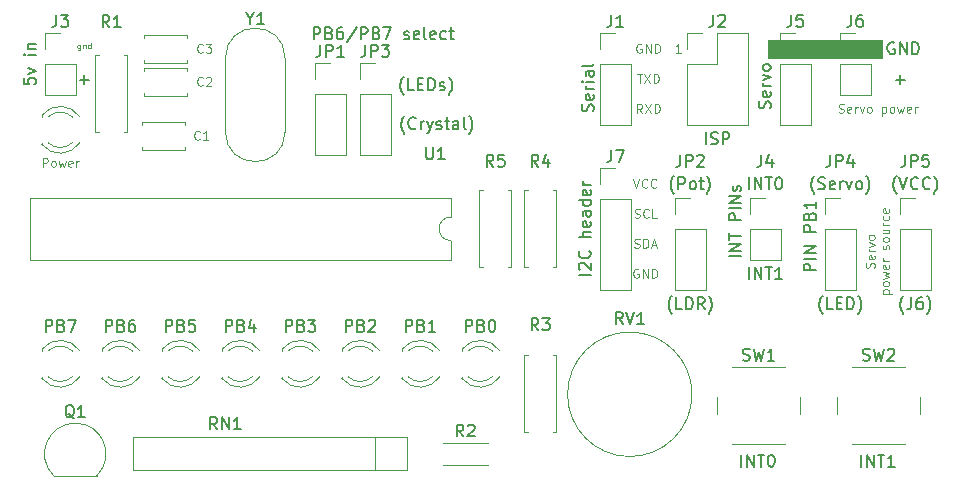
<source format=gbr>
G04 #@! TF.GenerationSoftware,KiCad,Pcbnew,5.1.9-73d0e3b20d~88~ubuntu20.04.1*
G04 #@! TF.CreationDate,2021-01-16T14:01:42+01:00*
G04 #@! TF.ProjectId,test,74657374-2e6b-4696-9361-645f70636258,rev?*
G04 #@! TF.SameCoordinates,Original*
G04 #@! TF.FileFunction,Legend,Top*
G04 #@! TF.FilePolarity,Positive*
%FSLAX46Y46*%
G04 Gerber Fmt 4.6, Leading zero omitted, Abs format (unit mm)*
G04 Created by KiCad (PCBNEW 5.1.9-73d0e3b20d~88~ubuntu20.04.1) date 2021-01-16 14:01:42*
%MOMM*%
%LPD*%
G01*
G04 APERTURE LIST*
%ADD10C,0.100000*%
%ADD11C,0.150000*%
%ADD12C,0.120000*%
G04 APERTURE END LIST*
D10*
X131080000Y-94839285D02*
X131330000Y-95589285D01*
X131580000Y-94839285D01*
X132258571Y-95517857D02*
X132222857Y-95553571D01*
X132115714Y-95589285D01*
X132044285Y-95589285D01*
X131937142Y-95553571D01*
X131865714Y-95482142D01*
X131830000Y-95410714D01*
X131794285Y-95267857D01*
X131794285Y-95160714D01*
X131830000Y-95017857D01*
X131865714Y-94946428D01*
X131937142Y-94875000D01*
X132044285Y-94839285D01*
X132115714Y-94839285D01*
X132222857Y-94875000D01*
X132258571Y-94910714D01*
X133008571Y-95517857D02*
X132972857Y-95553571D01*
X132865714Y-95589285D01*
X132794285Y-95589285D01*
X132687142Y-95553571D01*
X132615714Y-95482142D01*
X132580000Y-95410714D01*
X132544285Y-95267857D01*
X132544285Y-95160714D01*
X132580000Y-95017857D01*
X132615714Y-94946428D01*
X132687142Y-94875000D01*
X132794285Y-94839285D01*
X132865714Y-94839285D01*
X132972857Y-94875000D01*
X133008571Y-94910714D01*
X131187142Y-98093571D02*
X131294285Y-98129285D01*
X131472857Y-98129285D01*
X131544285Y-98093571D01*
X131580000Y-98057857D01*
X131615714Y-97986428D01*
X131615714Y-97915000D01*
X131580000Y-97843571D01*
X131544285Y-97807857D01*
X131472857Y-97772142D01*
X131330000Y-97736428D01*
X131258571Y-97700714D01*
X131222857Y-97665000D01*
X131187142Y-97593571D01*
X131187142Y-97522142D01*
X131222857Y-97450714D01*
X131258571Y-97415000D01*
X131330000Y-97379285D01*
X131508571Y-97379285D01*
X131615714Y-97415000D01*
X132365714Y-98057857D02*
X132330000Y-98093571D01*
X132222857Y-98129285D01*
X132151428Y-98129285D01*
X132044285Y-98093571D01*
X131972857Y-98022142D01*
X131937142Y-97950714D01*
X131901428Y-97807857D01*
X131901428Y-97700714D01*
X131937142Y-97557857D01*
X131972857Y-97486428D01*
X132044285Y-97415000D01*
X132151428Y-97379285D01*
X132222857Y-97379285D01*
X132330000Y-97415000D01*
X132365714Y-97450714D01*
X133044285Y-98129285D02*
X132687142Y-98129285D01*
X132687142Y-97379285D01*
X131169285Y-100633571D02*
X131276428Y-100669285D01*
X131455000Y-100669285D01*
X131526428Y-100633571D01*
X131562142Y-100597857D01*
X131597857Y-100526428D01*
X131597857Y-100455000D01*
X131562142Y-100383571D01*
X131526428Y-100347857D01*
X131455000Y-100312142D01*
X131312142Y-100276428D01*
X131240714Y-100240714D01*
X131205000Y-100205000D01*
X131169285Y-100133571D01*
X131169285Y-100062142D01*
X131205000Y-99990714D01*
X131240714Y-99955000D01*
X131312142Y-99919285D01*
X131490714Y-99919285D01*
X131597857Y-99955000D01*
X131919285Y-100669285D02*
X131919285Y-99919285D01*
X132097857Y-99919285D01*
X132205000Y-99955000D01*
X132276428Y-100026428D01*
X132312142Y-100097857D01*
X132347857Y-100240714D01*
X132347857Y-100347857D01*
X132312142Y-100490714D01*
X132276428Y-100562142D01*
X132205000Y-100633571D01*
X132097857Y-100669285D01*
X131919285Y-100669285D01*
X132633571Y-100455000D02*
X132990714Y-100455000D01*
X132562142Y-100669285D02*
X132812142Y-99919285D01*
X133062142Y-100669285D01*
X131508571Y-102495000D02*
X131437142Y-102459285D01*
X131330000Y-102459285D01*
X131222857Y-102495000D01*
X131151428Y-102566428D01*
X131115714Y-102637857D01*
X131080000Y-102780714D01*
X131080000Y-102887857D01*
X131115714Y-103030714D01*
X131151428Y-103102142D01*
X131222857Y-103173571D01*
X131330000Y-103209285D01*
X131401428Y-103209285D01*
X131508571Y-103173571D01*
X131544285Y-103137857D01*
X131544285Y-102887857D01*
X131401428Y-102887857D01*
X131865714Y-103209285D02*
X131865714Y-102459285D01*
X132294285Y-103209285D01*
X132294285Y-102459285D01*
X132651428Y-103209285D02*
X132651428Y-102459285D01*
X132830000Y-102459285D01*
X132937142Y-102495000D01*
X133008571Y-102566428D01*
X133044285Y-102637857D01*
X133080000Y-102780714D01*
X133080000Y-102887857D01*
X133044285Y-103030714D01*
X133008571Y-103102142D01*
X132937142Y-103173571D01*
X132830000Y-103209285D01*
X132651428Y-103209285D01*
X81067857Y-93811285D02*
X81067857Y-93061285D01*
X81353571Y-93061285D01*
X81425000Y-93097000D01*
X81460714Y-93132714D01*
X81496428Y-93204142D01*
X81496428Y-93311285D01*
X81460714Y-93382714D01*
X81425000Y-93418428D01*
X81353571Y-93454142D01*
X81067857Y-93454142D01*
X81925000Y-93811285D02*
X81853571Y-93775571D01*
X81817857Y-93739857D01*
X81782142Y-93668428D01*
X81782142Y-93454142D01*
X81817857Y-93382714D01*
X81853571Y-93347000D01*
X81925000Y-93311285D01*
X82032142Y-93311285D01*
X82103571Y-93347000D01*
X82139285Y-93382714D01*
X82175000Y-93454142D01*
X82175000Y-93668428D01*
X82139285Y-93739857D01*
X82103571Y-93775571D01*
X82032142Y-93811285D01*
X81925000Y-93811285D01*
X82425000Y-93311285D02*
X82567857Y-93811285D01*
X82710714Y-93454142D01*
X82853571Y-93811285D01*
X82996428Y-93311285D01*
X83567857Y-93775571D02*
X83496428Y-93811285D01*
X83353571Y-93811285D01*
X83282142Y-93775571D01*
X83246428Y-93704142D01*
X83246428Y-93418428D01*
X83282142Y-93347000D01*
X83353571Y-93311285D01*
X83496428Y-93311285D01*
X83567857Y-93347000D01*
X83603571Y-93418428D01*
X83603571Y-93489857D01*
X83246428Y-93561285D01*
X83925000Y-93811285D02*
X83925000Y-93311285D01*
X83925000Y-93454142D02*
X83960714Y-93382714D01*
X83996428Y-93347000D01*
X84067857Y-93311285D01*
X84139285Y-93311285D01*
X84236761Y-83458857D02*
X84236761Y-83863619D01*
X84212952Y-83911238D01*
X84189142Y-83935047D01*
X84141523Y-83958857D01*
X84070095Y-83958857D01*
X84022476Y-83935047D01*
X84236761Y-83768380D02*
X84189142Y-83792190D01*
X84093904Y-83792190D01*
X84046285Y-83768380D01*
X84022476Y-83744571D01*
X83998666Y-83696952D01*
X83998666Y-83554095D01*
X84022476Y-83506476D01*
X84046285Y-83482666D01*
X84093904Y-83458857D01*
X84189142Y-83458857D01*
X84236761Y-83482666D01*
X84474857Y-83458857D02*
X84474857Y-83792190D01*
X84474857Y-83506476D02*
X84498666Y-83482666D01*
X84546285Y-83458857D01*
X84617714Y-83458857D01*
X84665333Y-83482666D01*
X84689142Y-83530285D01*
X84689142Y-83792190D01*
X85141523Y-83792190D02*
X85141523Y-83292190D01*
X85141523Y-83768380D02*
X85093904Y-83792190D01*
X84998666Y-83792190D01*
X84951047Y-83768380D01*
X84927238Y-83744571D01*
X84903428Y-83696952D01*
X84903428Y-83554095D01*
X84927238Y-83506476D01*
X84951047Y-83482666D01*
X84998666Y-83458857D01*
X85093904Y-83458857D01*
X85141523Y-83482666D01*
D11*
X84201047Y-86431428D02*
X84962952Y-86431428D01*
X84582000Y-86812380D02*
X84582000Y-86050476D01*
X79462380Y-86304285D02*
X79462380Y-86780476D01*
X79938571Y-86828095D01*
X79890952Y-86780476D01*
X79843333Y-86685238D01*
X79843333Y-86447142D01*
X79890952Y-86351904D01*
X79938571Y-86304285D01*
X80033809Y-86256666D01*
X80271904Y-86256666D01*
X80367142Y-86304285D01*
X80414761Y-86351904D01*
X80462380Y-86447142D01*
X80462380Y-86685238D01*
X80414761Y-86780476D01*
X80367142Y-86828095D01*
X79795714Y-85923333D02*
X80462380Y-85685238D01*
X79795714Y-85447142D01*
X80462380Y-84304285D02*
X79795714Y-84304285D01*
X79462380Y-84304285D02*
X79510000Y-84351904D01*
X79557619Y-84304285D01*
X79510000Y-84256666D01*
X79462380Y-84304285D01*
X79557619Y-84304285D01*
X79795714Y-83828095D02*
X80462380Y-83828095D01*
X79890952Y-83828095D02*
X79843333Y-83780476D01*
X79795714Y-83685238D01*
X79795714Y-83542380D01*
X79843333Y-83447142D01*
X79938571Y-83399523D01*
X80462380Y-83399523D01*
D10*
G36*
X152146000Y-84582000D02*
G01*
X142494000Y-84582000D01*
X142494000Y-83058000D01*
X152146000Y-83058000D01*
X152146000Y-84582000D01*
G37*
X152146000Y-84582000D02*
X142494000Y-84582000D01*
X142494000Y-83058000D01*
X152146000Y-83058000D01*
X152146000Y-84582000D01*
D11*
X140859047Y-103322380D02*
X140859047Y-102322380D01*
X141335238Y-103322380D02*
X141335238Y-102322380D01*
X141906666Y-103322380D01*
X141906666Y-102322380D01*
X142240000Y-102322380D02*
X142811428Y-102322380D01*
X142525714Y-103322380D02*
X142525714Y-102322380D01*
X143668571Y-103322380D02*
X143097142Y-103322380D01*
X143382857Y-103322380D02*
X143382857Y-102322380D01*
X143287619Y-102465238D01*
X143192380Y-102560476D01*
X143097142Y-102608095D01*
X140859047Y-95702380D02*
X140859047Y-94702380D01*
X141335238Y-95702380D02*
X141335238Y-94702380D01*
X141906666Y-95702380D01*
X141906666Y-94702380D01*
X142240000Y-94702380D02*
X142811428Y-94702380D01*
X142525714Y-95702380D02*
X142525714Y-94702380D01*
X143335238Y-94702380D02*
X143430476Y-94702380D01*
X143525714Y-94750000D01*
X143573333Y-94797619D01*
X143620952Y-94892857D01*
X143668571Y-95083333D01*
X143668571Y-95321428D01*
X143620952Y-95511904D01*
X143573333Y-95607142D01*
X143525714Y-95654761D01*
X143430476Y-95702380D01*
X143335238Y-95702380D01*
X143240000Y-95654761D01*
X143192380Y-95607142D01*
X143144761Y-95511904D01*
X143097142Y-95321428D01*
X143097142Y-95083333D01*
X143144761Y-94892857D01*
X143192380Y-94797619D01*
X143240000Y-94750000D01*
X143335238Y-94702380D01*
X150384047Y-119197380D02*
X150384047Y-118197380D01*
X150860238Y-119197380D02*
X150860238Y-118197380D01*
X151431666Y-119197380D01*
X151431666Y-118197380D01*
X151765000Y-118197380D02*
X152336428Y-118197380D01*
X152050714Y-119197380D02*
X152050714Y-118197380D01*
X153193571Y-119197380D02*
X152622142Y-119197380D01*
X152907857Y-119197380D02*
X152907857Y-118197380D01*
X152812619Y-118340238D01*
X152717380Y-118435476D01*
X152622142Y-118483095D01*
X140224047Y-119197380D02*
X140224047Y-118197380D01*
X140700238Y-119197380D02*
X140700238Y-118197380D01*
X141271666Y-119197380D01*
X141271666Y-118197380D01*
X141605000Y-118197380D02*
X142176428Y-118197380D01*
X141890714Y-119197380D02*
X141890714Y-118197380D01*
X142700238Y-118197380D02*
X142795476Y-118197380D01*
X142890714Y-118245000D01*
X142938333Y-118292619D01*
X142985952Y-118387857D01*
X143033571Y-118578333D01*
X143033571Y-118816428D01*
X142985952Y-119006904D01*
X142938333Y-119102142D01*
X142890714Y-119149761D01*
X142795476Y-119197380D01*
X142700238Y-119197380D01*
X142605000Y-119149761D01*
X142557380Y-119102142D01*
X142509761Y-119006904D01*
X142462142Y-118816428D01*
X142462142Y-118578333D01*
X142509761Y-118387857D01*
X142557380Y-118292619D01*
X142605000Y-118245000D01*
X142700238Y-118197380D01*
X81311904Y-107767380D02*
X81311904Y-106767380D01*
X81692857Y-106767380D01*
X81788095Y-106815000D01*
X81835714Y-106862619D01*
X81883333Y-106957857D01*
X81883333Y-107100714D01*
X81835714Y-107195952D01*
X81788095Y-107243571D01*
X81692857Y-107291190D01*
X81311904Y-107291190D01*
X82645238Y-107243571D02*
X82788095Y-107291190D01*
X82835714Y-107338809D01*
X82883333Y-107434047D01*
X82883333Y-107576904D01*
X82835714Y-107672142D01*
X82788095Y-107719761D01*
X82692857Y-107767380D01*
X82311904Y-107767380D01*
X82311904Y-106767380D01*
X82645238Y-106767380D01*
X82740476Y-106815000D01*
X82788095Y-106862619D01*
X82835714Y-106957857D01*
X82835714Y-107053095D01*
X82788095Y-107148333D01*
X82740476Y-107195952D01*
X82645238Y-107243571D01*
X82311904Y-107243571D01*
X83216666Y-106767380D02*
X83883333Y-106767380D01*
X83454761Y-107767380D01*
X86391904Y-107767380D02*
X86391904Y-106767380D01*
X86772857Y-106767380D01*
X86868095Y-106815000D01*
X86915714Y-106862619D01*
X86963333Y-106957857D01*
X86963333Y-107100714D01*
X86915714Y-107195952D01*
X86868095Y-107243571D01*
X86772857Y-107291190D01*
X86391904Y-107291190D01*
X87725238Y-107243571D02*
X87868095Y-107291190D01*
X87915714Y-107338809D01*
X87963333Y-107434047D01*
X87963333Y-107576904D01*
X87915714Y-107672142D01*
X87868095Y-107719761D01*
X87772857Y-107767380D01*
X87391904Y-107767380D01*
X87391904Y-106767380D01*
X87725238Y-106767380D01*
X87820476Y-106815000D01*
X87868095Y-106862619D01*
X87915714Y-106957857D01*
X87915714Y-107053095D01*
X87868095Y-107148333D01*
X87820476Y-107195952D01*
X87725238Y-107243571D01*
X87391904Y-107243571D01*
X88820476Y-106767380D02*
X88630000Y-106767380D01*
X88534761Y-106815000D01*
X88487142Y-106862619D01*
X88391904Y-107005476D01*
X88344285Y-107195952D01*
X88344285Y-107576904D01*
X88391904Y-107672142D01*
X88439523Y-107719761D01*
X88534761Y-107767380D01*
X88725238Y-107767380D01*
X88820476Y-107719761D01*
X88868095Y-107672142D01*
X88915714Y-107576904D01*
X88915714Y-107338809D01*
X88868095Y-107243571D01*
X88820476Y-107195952D01*
X88725238Y-107148333D01*
X88534761Y-107148333D01*
X88439523Y-107195952D01*
X88391904Y-107243571D01*
X88344285Y-107338809D01*
X91471904Y-107767380D02*
X91471904Y-106767380D01*
X91852857Y-106767380D01*
X91948095Y-106815000D01*
X91995714Y-106862619D01*
X92043333Y-106957857D01*
X92043333Y-107100714D01*
X91995714Y-107195952D01*
X91948095Y-107243571D01*
X91852857Y-107291190D01*
X91471904Y-107291190D01*
X92805238Y-107243571D02*
X92948095Y-107291190D01*
X92995714Y-107338809D01*
X93043333Y-107434047D01*
X93043333Y-107576904D01*
X92995714Y-107672142D01*
X92948095Y-107719761D01*
X92852857Y-107767380D01*
X92471904Y-107767380D01*
X92471904Y-106767380D01*
X92805238Y-106767380D01*
X92900476Y-106815000D01*
X92948095Y-106862619D01*
X92995714Y-106957857D01*
X92995714Y-107053095D01*
X92948095Y-107148333D01*
X92900476Y-107195952D01*
X92805238Y-107243571D01*
X92471904Y-107243571D01*
X93948095Y-106767380D02*
X93471904Y-106767380D01*
X93424285Y-107243571D01*
X93471904Y-107195952D01*
X93567142Y-107148333D01*
X93805238Y-107148333D01*
X93900476Y-107195952D01*
X93948095Y-107243571D01*
X93995714Y-107338809D01*
X93995714Y-107576904D01*
X93948095Y-107672142D01*
X93900476Y-107719761D01*
X93805238Y-107767380D01*
X93567142Y-107767380D01*
X93471904Y-107719761D01*
X93424285Y-107672142D01*
X96551904Y-107767380D02*
X96551904Y-106767380D01*
X96932857Y-106767380D01*
X97028095Y-106815000D01*
X97075714Y-106862619D01*
X97123333Y-106957857D01*
X97123333Y-107100714D01*
X97075714Y-107195952D01*
X97028095Y-107243571D01*
X96932857Y-107291190D01*
X96551904Y-107291190D01*
X97885238Y-107243571D02*
X98028095Y-107291190D01*
X98075714Y-107338809D01*
X98123333Y-107434047D01*
X98123333Y-107576904D01*
X98075714Y-107672142D01*
X98028095Y-107719761D01*
X97932857Y-107767380D01*
X97551904Y-107767380D01*
X97551904Y-106767380D01*
X97885238Y-106767380D01*
X97980476Y-106815000D01*
X98028095Y-106862619D01*
X98075714Y-106957857D01*
X98075714Y-107053095D01*
X98028095Y-107148333D01*
X97980476Y-107195952D01*
X97885238Y-107243571D01*
X97551904Y-107243571D01*
X98980476Y-107100714D02*
X98980476Y-107767380D01*
X98742380Y-106719761D02*
X98504285Y-107434047D01*
X99123333Y-107434047D01*
X101631904Y-107767380D02*
X101631904Y-106767380D01*
X102012857Y-106767380D01*
X102108095Y-106815000D01*
X102155714Y-106862619D01*
X102203333Y-106957857D01*
X102203333Y-107100714D01*
X102155714Y-107195952D01*
X102108095Y-107243571D01*
X102012857Y-107291190D01*
X101631904Y-107291190D01*
X102965238Y-107243571D02*
X103108095Y-107291190D01*
X103155714Y-107338809D01*
X103203333Y-107434047D01*
X103203333Y-107576904D01*
X103155714Y-107672142D01*
X103108095Y-107719761D01*
X103012857Y-107767380D01*
X102631904Y-107767380D01*
X102631904Y-106767380D01*
X102965238Y-106767380D01*
X103060476Y-106815000D01*
X103108095Y-106862619D01*
X103155714Y-106957857D01*
X103155714Y-107053095D01*
X103108095Y-107148333D01*
X103060476Y-107195952D01*
X102965238Y-107243571D01*
X102631904Y-107243571D01*
X103536666Y-106767380D02*
X104155714Y-106767380D01*
X103822380Y-107148333D01*
X103965238Y-107148333D01*
X104060476Y-107195952D01*
X104108095Y-107243571D01*
X104155714Y-107338809D01*
X104155714Y-107576904D01*
X104108095Y-107672142D01*
X104060476Y-107719761D01*
X103965238Y-107767380D01*
X103679523Y-107767380D01*
X103584285Y-107719761D01*
X103536666Y-107672142D01*
X106711904Y-107767380D02*
X106711904Y-106767380D01*
X107092857Y-106767380D01*
X107188095Y-106815000D01*
X107235714Y-106862619D01*
X107283333Y-106957857D01*
X107283333Y-107100714D01*
X107235714Y-107195952D01*
X107188095Y-107243571D01*
X107092857Y-107291190D01*
X106711904Y-107291190D01*
X108045238Y-107243571D02*
X108188095Y-107291190D01*
X108235714Y-107338809D01*
X108283333Y-107434047D01*
X108283333Y-107576904D01*
X108235714Y-107672142D01*
X108188095Y-107719761D01*
X108092857Y-107767380D01*
X107711904Y-107767380D01*
X107711904Y-106767380D01*
X108045238Y-106767380D01*
X108140476Y-106815000D01*
X108188095Y-106862619D01*
X108235714Y-106957857D01*
X108235714Y-107053095D01*
X108188095Y-107148333D01*
X108140476Y-107195952D01*
X108045238Y-107243571D01*
X107711904Y-107243571D01*
X108664285Y-106862619D02*
X108711904Y-106815000D01*
X108807142Y-106767380D01*
X109045238Y-106767380D01*
X109140476Y-106815000D01*
X109188095Y-106862619D01*
X109235714Y-106957857D01*
X109235714Y-107053095D01*
X109188095Y-107195952D01*
X108616666Y-107767380D01*
X109235714Y-107767380D01*
X111791904Y-107767380D02*
X111791904Y-106767380D01*
X112172857Y-106767380D01*
X112268095Y-106815000D01*
X112315714Y-106862619D01*
X112363333Y-106957857D01*
X112363333Y-107100714D01*
X112315714Y-107195952D01*
X112268095Y-107243571D01*
X112172857Y-107291190D01*
X111791904Y-107291190D01*
X113125238Y-107243571D02*
X113268095Y-107291190D01*
X113315714Y-107338809D01*
X113363333Y-107434047D01*
X113363333Y-107576904D01*
X113315714Y-107672142D01*
X113268095Y-107719761D01*
X113172857Y-107767380D01*
X112791904Y-107767380D01*
X112791904Y-106767380D01*
X113125238Y-106767380D01*
X113220476Y-106815000D01*
X113268095Y-106862619D01*
X113315714Y-106957857D01*
X113315714Y-107053095D01*
X113268095Y-107148333D01*
X113220476Y-107195952D01*
X113125238Y-107243571D01*
X112791904Y-107243571D01*
X114315714Y-107767380D02*
X113744285Y-107767380D01*
X114030000Y-107767380D02*
X114030000Y-106767380D01*
X113934761Y-106910238D01*
X113839523Y-107005476D01*
X113744285Y-107053095D01*
X116871904Y-107767380D02*
X116871904Y-106767380D01*
X117252857Y-106767380D01*
X117348095Y-106815000D01*
X117395714Y-106862619D01*
X117443333Y-106957857D01*
X117443333Y-107100714D01*
X117395714Y-107195952D01*
X117348095Y-107243571D01*
X117252857Y-107291190D01*
X116871904Y-107291190D01*
X118205238Y-107243571D02*
X118348095Y-107291190D01*
X118395714Y-107338809D01*
X118443333Y-107434047D01*
X118443333Y-107576904D01*
X118395714Y-107672142D01*
X118348095Y-107719761D01*
X118252857Y-107767380D01*
X117871904Y-107767380D01*
X117871904Y-106767380D01*
X118205238Y-106767380D01*
X118300476Y-106815000D01*
X118348095Y-106862619D01*
X118395714Y-106957857D01*
X118395714Y-107053095D01*
X118348095Y-107148333D01*
X118300476Y-107195952D01*
X118205238Y-107243571D01*
X117871904Y-107243571D01*
X119062380Y-106767380D02*
X119157619Y-106767380D01*
X119252857Y-106815000D01*
X119300476Y-106862619D01*
X119348095Y-106957857D01*
X119395714Y-107148333D01*
X119395714Y-107386428D01*
X119348095Y-107576904D01*
X119300476Y-107672142D01*
X119252857Y-107719761D01*
X119157619Y-107767380D01*
X119062380Y-107767380D01*
X118967142Y-107719761D01*
X118919523Y-107672142D01*
X118871904Y-107576904D01*
X118824285Y-107386428D01*
X118824285Y-107148333D01*
X118871904Y-106957857D01*
X118919523Y-106862619D01*
X118967142Y-106815000D01*
X119062380Y-106767380D01*
X153289047Y-86431428D02*
X154050952Y-86431428D01*
X153670000Y-86812380D02*
X153670000Y-86050476D01*
X103997857Y-83002380D02*
X103997857Y-82002380D01*
X104378809Y-82002380D01*
X104474047Y-82050000D01*
X104521666Y-82097619D01*
X104569285Y-82192857D01*
X104569285Y-82335714D01*
X104521666Y-82430952D01*
X104474047Y-82478571D01*
X104378809Y-82526190D01*
X103997857Y-82526190D01*
X105331190Y-82478571D02*
X105474047Y-82526190D01*
X105521666Y-82573809D01*
X105569285Y-82669047D01*
X105569285Y-82811904D01*
X105521666Y-82907142D01*
X105474047Y-82954761D01*
X105378809Y-83002380D01*
X104997857Y-83002380D01*
X104997857Y-82002380D01*
X105331190Y-82002380D01*
X105426428Y-82050000D01*
X105474047Y-82097619D01*
X105521666Y-82192857D01*
X105521666Y-82288095D01*
X105474047Y-82383333D01*
X105426428Y-82430952D01*
X105331190Y-82478571D01*
X104997857Y-82478571D01*
X106426428Y-82002380D02*
X106235952Y-82002380D01*
X106140714Y-82050000D01*
X106093095Y-82097619D01*
X105997857Y-82240476D01*
X105950238Y-82430952D01*
X105950238Y-82811904D01*
X105997857Y-82907142D01*
X106045476Y-82954761D01*
X106140714Y-83002380D01*
X106331190Y-83002380D01*
X106426428Y-82954761D01*
X106474047Y-82907142D01*
X106521666Y-82811904D01*
X106521666Y-82573809D01*
X106474047Y-82478571D01*
X106426428Y-82430952D01*
X106331190Y-82383333D01*
X106140714Y-82383333D01*
X106045476Y-82430952D01*
X105997857Y-82478571D01*
X105950238Y-82573809D01*
X107664523Y-81954761D02*
X106807380Y-83240476D01*
X107997857Y-83002380D02*
X107997857Y-82002380D01*
X108378809Y-82002380D01*
X108474047Y-82050000D01*
X108521666Y-82097619D01*
X108569285Y-82192857D01*
X108569285Y-82335714D01*
X108521666Y-82430952D01*
X108474047Y-82478571D01*
X108378809Y-82526190D01*
X107997857Y-82526190D01*
X109331190Y-82478571D02*
X109474047Y-82526190D01*
X109521666Y-82573809D01*
X109569285Y-82669047D01*
X109569285Y-82811904D01*
X109521666Y-82907142D01*
X109474047Y-82954761D01*
X109378809Y-83002380D01*
X108997857Y-83002380D01*
X108997857Y-82002380D01*
X109331190Y-82002380D01*
X109426428Y-82050000D01*
X109474047Y-82097619D01*
X109521666Y-82192857D01*
X109521666Y-82288095D01*
X109474047Y-82383333D01*
X109426428Y-82430952D01*
X109331190Y-82478571D01*
X108997857Y-82478571D01*
X109902619Y-82002380D02*
X110569285Y-82002380D01*
X110140714Y-83002380D01*
X111664523Y-82954761D02*
X111759761Y-83002380D01*
X111950238Y-83002380D01*
X112045476Y-82954761D01*
X112093095Y-82859523D01*
X112093095Y-82811904D01*
X112045476Y-82716666D01*
X111950238Y-82669047D01*
X111807380Y-82669047D01*
X111712142Y-82621428D01*
X111664523Y-82526190D01*
X111664523Y-82478571D01*
X111712142Y-82383333D01*
X111807380Y-82335714D01*
X111950238Y-82335714D01*
X112045476Y-82383333D01*
X112902619Y-82954761D02*
X112807380Y-83002380D01*
X112616904Y-83002380D01*
X112521666Y-82954761D01*
X112474047Y-82859523D01*
X112474047Y-82478571D01*
X112521666Y-82383333D01*
X112616904Y-82335714D01*
X112807380Y-82335714D01*
X112902619Y-82383333D01*
X112950238Y-82478571D01*
X112950238Y-82573809D01*
X112474047Y-82669047D01*
X113521666Y-83002380D02*
X113426428Y-82954761D01*
X113378809Y-82859523D01*
X113378809Y-82002380D01*
X114283571Y-82954761D02*
X114188333Y-83002380D01*
X113997857Y-83002380D01*
X113902619Y-82954761D01*
X113855000Y-82859523D01*
X113855000Y-82478571D01*
X113902619Y-82383333D01*
X113997857Y-82335714D01*
X114188333Y-82335714D01*
X114283571Y-82383333D01*
X114331190Y-82478571D01*
X114331190Y-82573809D01*
X113855000Y-82669047D01*
X115188333Y-82954761D02*
X115093095Y-83002380D01*
X114902619Y-83002380D01*
X114807380Y-82954761D01*
X114759761Y-82907142D01*
X114712142Y-82811904D01*
X114712142Y-82526190D01*
X114759761Y-82430952D01*
X114807380Y-82383333D01*
X114902619Y-82335714D01*
X115093095Y-82335714D01*
X115188333Y-82383333D01*
X115474047Y-82335714D02*
X115855000Y-82335714D01*
X115616904Y-82002380D02*
X115616904Y-82859523D01*
X115664523Y-82954761D01*
X115759761Y-83002380D01*
X115855000Y-83002380D01*
X111688904Y-91003333D02*
X111641285Y-90955714D01*
X111546047Y-90812857D01*
X111498428Y-90717619D01*
X111450809Y-90574761D01*
X111403190Y-90336666D01*
X111403190Y-90146190D01*
X111450809Y-89908095D01*
X111498428Y-89765238D01*
X111546047Y-89670000D01*
X111641285Y-89527142D01*
X111688904Y-89479523D01*
X112641285Y-90527142D02*
X112593666Y-90574761D01*
X112450809Y-90622380D01*
X112355571Y-90622380D01*
X112212714Y-90574761D01*
X112117476Y-90479523D01*
X112069857Y-90384285D01*
X112022238Y-90193809D01*
X112022238Y-90050952D01*
X112069857Y-89860476D01*
X112117476Y-89765238D01*
X112212714Y-89670000D01*
X112355571Y-89622380D01*
X112450809Y-89622380D01*
X112593666Y-89670000D01*
X112641285Y-89717619D01*
X113069857Y-90622380D02*
X113069857Y-89955714D01*
X113069857Y-90146190D02*
X113117476Y-90050952D01*
X113165095Y-90003333D01*
X113260333Y-89955714D01*
X113355571Y-89955714D01*
X113593666Y-89955714D02*
X113831761Y-90622380D01*
X114069857Y-89955714D02*
X113831761Y-90622380D01*
X113736523Y-90860476D01*
X113688904Y-90908095D01*
X113593666Y-90955714D01*
X114403190Y-90574761D02*
X114498428Y-90622380D01*
X114688904Y-90622380D01*
X114784142Y-90574761D01*
X114831761Y-90479523D01*
X114831761Y-90431904D01*
X114784142Y-90336666D01*
X114688904Y-90289047D01*
X114546047Y-90289047D01*
X114450809Y-90241428D01*
X114403190Y-90146190D01*
X114403190Y-90098571D01*
X114450809Y-90003333D01*
X114546047Y-89955714D01*
X114688904Y-89955714D01*
X114784142Y-90003333D01*
X115117476Y-89955714D02*
X115498428Y-89955714D01*
X115260333Y-89622380D02*
X115260333Y-90479523D01*
X115307952Y-90574761D01*
X115403190Y-90622380D01*
X115498428Y-90622380D01*
X116260333Y-90622380D02*
X116260333Y-90098571D01*
X116212714Y-90003333D01*
X116117476Y-89955714D01*
X115927000Y-89955714D01*
X115831761Y-90003333D01*
X116260333Y-90574761D02*
X116165095Y-90622380D01*
X115927000Y-90622380D01*
X115831761Y-90574761D01*
X115784142Y-90479523D01*
X115784142Y-90384285D01*
X115831761Y-90289047D01*
X115927000Y-90241428D01*
X116165095Y-90241428D01*
X116260333Y-90193809D01*
X116879380Y-90622380D02*
X116784142Y-90574761D01*
X116736523Y-90479523D01*
X116736523Y-89622380D01*
X117165095Y-91003333D02*
X117212714Y-90955714D01*
X117307952Y-90812857D01*
X117355571Y-90717619D01*
X117403190Y-90574761D01*
X117450809Y-90336666D01*
X117450809Y-90146190D01*
X117403190Y-89908095D01*
X117355571Y-89765238D01*
X117307952Y-89670000D01*
X117212714Y-89527142D01*
X117165095Y-89479523D01*
X111633238Y-87701333D02*
X111585619Y-87653714D01*
X111490380Y-87510857D01*
X111442761Y-87415619D01*
X111395142Y-87272761D01*
X111347523Y-87034666D01*
X111347523Y-86844190D01*
X111395142Y-86606095D01*
X111442761Y-86463238D01*
X111490380Y-86368000D01*
X111585619Y-86225142D01*
X111633238Y-86177523D01*
X112490380Y-87320380D02*
X112014190Y-87320380D01*
X112014190Y-86320380D01*
X112823714Y-86796571D02*
X113157047Y-86796571D01*
X113299904Y-87320380D02*
X112823714Y-87320380D01*
X112823714Y-86320380D01*
X113299904Y-86320380D01*
X113728476Y-87320380D02*
X113728476Y-86320380D01*
X113966571Y-86320380D01*
X114109428Y-86368000D01*
X114204666Y-86463238D01*
X114252285Y-86558476D01*
X114299904Y-86748952D01*
X114299904Y-86891809D01*
X114252285Y-87082285D01*
X114204666Y-87177523D01*
X114109428Y-87272761D01*
X113966571Y-87320380D01*
X113728476Y-87320380D01*
X114680857Y-87272761D02*
X114776095Y-87320380D01*
X114966571Y-87320380D01*
X115061809Y-87272761D01*
X115109428Y-87177523D01*
X115109428Y-87129904D01*
X115061809Y-87034666D01*
X114966571Y-86987047D01*
X114823714Y-86987047D01*
X114728476Y-86939428D01*
X114680857Y-86844190D01*
X114680857Y-86796571D01*
X114728476Y-86701333D01*
X114823714Y-86653714D01*
X114966571Y-86653714D01*
X115061809Y-86701333D01*
X115442761Y-87701333D02*
X115490380Y-87653714D01*
X115585619Y-87510857D01*
X115633238Y-87415619D01*
X115680857Y-87272761D01*
X115728476Y-87034666D01*
X115728476Y-86844190D01*
X115680857Y-86606095D01*
X115633238Y-86463238D01*
X115585619Y-86368000D01*
X115490380Y-86225142D01*
X115442761Y-86177523D01*
X127452380Y-102940952D02*
X126452380Y-102940952D01*
X126547619Y-102512380D02*
X126500000Y-102464761D01*
X126452380Y-102369523D01*
X126452380Y-102131428D01*
X126500000Y-102036190D01*
X126547619Y-101988571D01*
X126642857Y-101940952D01*
X126738095Y-101940952D01*
X126880952Y-101988571D01*
X127452380Y-102560000D01*
X127452380Y-101940952D01*
X127357142Y-100940952D02*
X127404761Y-100988571D01*
X127452380Y-101131428D01*
X127452380Y-101226666D01*
X127404761Y-101369523D01*
X127309523Y-101464761D01*
X127214285Y-101512380D01*
X127023809Y-101560000D01*
X126880952Y-101560000D01*
X126690476Y-101512380D01*
X126595238Y-101464761D01*
X126500000Y-101369523D01*
X126452380Y-101226666D01*
X126452380Y-101131428D01*
X126500000Y-100988571D01*
X126547619Y-100940952D01*
X127452380Y-99750476D02*
X126452380Y-99750476D01*
X127452380Y-99321904D02*
X126928571Y-99321904D01*
X126833333Y-99369523D01*
X126785714Y-99464761D01*
X126785714Y-99607619D01*
X126833333Y-99702857D01*
X126880952Y-99750476D01*
X127404761Y-98464761D02*
X127452380Y-98560000D01*
X127452380Y-98750476D01*
X127404761Y-98845714D01*
X127309523Y-98893333D01*
X126928571Y-98893333D01*
X126833333Y-98845714D01*
X126785714Y-98750476D01*
X126785714Y-98560000D01*
X126833333Y-98464761D01*
X126928571Y-98417142D01*
X127023809Y-98417142D01*
X127119047Y-98893333D01*
X127452380Y-97560000D02*
X126928571Y-97560000D01*
X126833333Y-97607619D01*
X126785714Y-97702857D01*
X126785714Y-97893333D01*
X126833333Y-97988571D01*
X127404761Y-97560000D02*
X127452380Y-97655238D01*
X127452380Y-97893333D01*
X127404761Y-97988571D01*
X127309523Y-98036190D01*
X127214285Y-98036190D01*
X127119047Y-97988571D01*
X127071428Y-97893333D01*
X127071428Y-97655238D01*
X127023809Y-97560000D01*
X127452380Y-96655238D02*
X126452380Y-96655238D01*
X127404761Y-96655238D02*
X127452380Y-96750476D01*
X127452380Y-96940952D01*
X127404761Y-97036190D01*
X127357142Y-97083809D01*
X127261904Y-97131428D01*
X126976190Y-97131428D01*
X126880952Y-97083809D01*
X126833333Y-97036190D01*
X126785714Y-96940952D01*
X126785714Y-96750476D01*
X126833333Y-96655238D01*
X127404761Y-95798095D02*
X127452380Y-95893333D01*
X127452380Y-96083809D01*
X127404761Y-96179047D01*
X127309523Y-96226666D01*
X126928571Y-96226666D01*
X126833333Y-96179047D01*
X126785714Y-96083809D01*
X126785714Y-95893333D01*
X126833333Y-95798095D01*
X126928571Y-95750476D01*
X127023809Y-95750476D01*
X127119047Y-96226666D01*
X127452380Y-95321904D02*
X126785714Y-95321904D01*
X126976190Y-95321904D02*
X126880952Y-95274285D01*
X126833333Y-95226666D01*
X126785714Y-95131428D01*
X126785714Y-95036190D01*
X134509047Y-96083333D02*
X134461428Y-96035714D01*
X134366190Y-95892857D01*
X134318571Y-95797619D01*
X134270952Y-95654761D01*
X134223333Y-95416666D01*
X134223333Y-95226190D01*
X134270952Y-94988095D01*
X134318571Y-94845238D01*
X134366190Y-94750000D01*
X134461428Y-94607142D01*
X134509047Y-94559523D01*
X134890000Y-95702380D02*
X134890000Y-94702380D01*
X135270952Y-94702380D01*
X135366190Y-94750000D01*
X135413809Y-94797619D01*
X135461428Y-94892857D01*
X135461428Y-95035714D01*
X135413809Y-95130952D01*
X135366190Y-95178571D01*
X135270952Y-95226190D01*
X134890000Y-95226190D01*
X136032857Y-95702380D02*
X135937619Y-95654761D01*
X135890000Y-95607142D01*
X135842380Y-95511904D01*
X135842380Y-95226190D01*
X135890000Y-95130952D01*
X135937619Y-95083333D01*
X136032857Y-95035714D01*
X136175714Y-95035714D01*
X136270952Y-95083333D01*
X136318571Y-95130952D01*
X136366190Y-95226190D01*
X136366190Y-95511904D01*
X136318571Y-95607142D01*
X136270952Y-95654761D01*
X136175714Y-95702380D01*
X136032857Y-95702380D01*
X136651904Y-95035714D02*
X137032857Y-95035714D01*
X136794761Y-94702380D02*
X136794761Y-95559523D01*
X136842380Y-95654761D01*
X136937619Y-95702380D01*
X137032857Y-95702380D01*
X137270952Y-96083333D02*
X137318571Y-96035714D01*
X137413809Y-95892857D01*
X137461428Y-95797619D01*
X137509047Y-95654761D01*
X137556666Y-95416666D01*
X137556666Y-95226190D01*
X137509047Y-94988095D01*
X137461428Y-94845238D01*
X137413809Y-94750000D01*
X137318571Y-94607142D01*
X137270952Y-94559523D01*
X134342380Y-106243333D02*
X134294761Y-106195714D01*
X134199523Y-106052857D01*
X134151904Y-105957619D01*
X134104285Y-105814761D01*
X134056666Y-105576666D01*
X134056666Y-105386190D01*
X134104285Y-105148095D01*
X134151904Y-105005238D01*
X134199523Y-104910000D01*
X134294761Y-104767142D01*
X134342380Y-104719523D01*
X135199523Y-105862380D02*
X134723333Y-105862380D01*
X134723333Y-104862380D01*
X135532857Y-105862380D02*
X135532857Y-104862380D01*
X135770952Y-104862380D01*
X135913809Y-104910000D01*
X136009047Y-105005238D01*
X136056666Y-105100476D01*
X136104285Y-105290952D01*
X136104285Y-105433809D01*
X136056666Y-105624285D01*
X136009047Y-105719523D01*
X135913809Y-105814761D01*
X135770952Y-105862380D01*
X135532857Y-105862380D01*
X137104285Y-105862380D02*
X136770952Y-105386190D01*
X136532857Y-105862380D02*
X136532857Y-104862380D01*
X136913809Y-104862380D01*
X137009047Y-104910000D01*
X137056666Y-104957619D01*
X137104285Y-105052857D01*
X137104285Y-105195714D01*
X137056666Y-105290952D01*
X137009047Y-105338571D01*
X136913809Y-105386190D01*
X136532857Y-105386190D01*
X137437619Y-106243333D02*
X137485238Y-106195714D01*
X137580476Y-106052857D01*
X137628095Y-105957619D01*
X137675714Y-105814761D01*
X137723333Y-105576666D01*
X137723333Y-105386190D01*
X137675714Y-105148095D01*
X137628095Y-105005238D01*
X137580476Y-104910000D01*
X137485238Y-104767142D01*
X137437619Y-104719523D01*
X140152380Y-101377380D02*
X139152380Y-101377380D01*
X140152380Y-100901190D02*
X139152380Y-100901190D01*
X140152380Y-100329761D01*
X139152380Y-100329761D01*
X139152380Y-99996428D02*
X139152380Y-99425000D01*
X140152380Y-99710714D02*
X139152380Y-99710714D01*
X140152380Y-98329761D02*
X139152380Y-98329761D01*
X139152380Y-97948809D01*
X139200000Y-97853571D01*
X139247619Y-97805952D01*
X139342857Y-97758333D01*
X139485714Y-97758333D01*
X139580952Y-97805952D01*
X139628571Y-97853571D01*
X139676190Y-97948809D01*
X139676190Y-98329761D01*
X140152380Y-97329761D02*
X139152380Y-97329761D01*
X140152380Y-96853571D02*
X139152380Y-96853571D01*
X140152380Y-96282142D01*
X139152380Y-96282142D01*
X140104761Y-95853571D02*
X140152380Y-95758333D01*
X140152380Y-95567857D01*
X140104761Y-95472619D01*
X140009523Y-95425000D01*
X139961904Y-95425000D01*
X139866666Y-95472619D01*
X139819047Y-95567857D01*
X139819047Y-95710714D01*
X139771428Y-95805952D01*
X139676190Y-95853571D01*
X139628571Y-95853571D01*
X139533333Y-95805952D01*
X139485714Y-95710714D01*
X139485714Y-95567857D01*
X139533333Y-95472619D01*
X146502380Y-102575952D02*
X145502380Y-102575952D01*
X145502380Y-102195000D01*
X145550000Y-102099761D01*
X145597619Y-102052142D01*
X145692857Y-102004523D01*
X145835714Y-102004523D01*
X145930952Y-102052142D01*
X145978571Y-102099761D01*
X146026190Y-102195000D01*
X146026190Y-102575952D01*
X146502380Y-101575952D02*
X145502380Y-101575952D01*
X146502380Y-101099761D02*
X145502380Y-101099761D01*
X146502380Y-100528333D01*
X145502380Y-100528333D01*
X146502380Y-99290238D02*
X145502380Y-99290238D01*
X145502380Y-98909285D01*
X145550000Y-98814047D01*
X145597619Y-98766428D01*
X145692857Y-98718809D01*
X145835714Y-98718809D01*
X145930952Y-98766428D01*
X145978571Y-98814047D01*
X146026190Y-98909285D01*
X146026190Y-99290238D01*
X145978571Y-97956904D02*
X146026190Y-97814047D01*
X146073809Y-97766428D01*
X146169047Y-97718809D01*
X146311904Y-97718809D01*
X146407142Y-97766428D01*
X146454761Y-97814047D01*
X146502380Y-97909285D01*
X146502380Y-98290238D01*
X145502380Y-98290238D01*
X145502380Y-97956904D01*
X145550000Y-97861666D01*
X145597619Y-97814047D01*
X145692857Y-97766428D01*
X145788095Y-97766428D01*
X145883333Y-97814047D01*
X145930952Y-97861666D01*
X145978571Y-97956904D01*
X145978571Y-98290238D01*
X146502380Y-96766428D02*
X146502380Y-97337857D01*
X146502380Y-97052142D02*
X145502380Y-97052142D01*
X145645238Y-97147380D01*
X145740476Y-97242619D01*
X145788095Y-97337857D01*
X146399523Y-96083333D02*
X146351904Y-96035714D01*
X146256666Y-95892857D01*
X146209047Y-95797619D01*
X146161428Y-95654761D01*
X146113809Y-95416666D01*
X146113809Y-95226190D01*
X146161428Y-94988095D01*
X146209047Y-94845238D01*
X146256666Y-94750000D01*
X146351904Y-94607142D01*
X146399523Y-94559523D01*
X146732857Y-95654761D02*
X146875714Y-95702380D01*
X147113809Y-95702380D01*
X147209047Y-95654761D01*
X147256666Y-95607142D01*
X147304285Y-95511904D01*
X147304285Y-95416666D01*
X147256666Y-95321428D01*
X147209047Y-95273809D01*
X147113809Y-95226190D01*
X146923333Y-95178571D01*
X146828095Y-95130952D01*
X146780476Y-95083333D01*
X146732857Y-94988095D01*
X146732857Y-94892857D01*
X146780476Y-94797619D01*
X146828095Y-94750000D01*
X146923333Y-94702380D01*
X147161428Y-94702380D01*
X147304285Y-94750000D01*
X148113809Y-95654761D02*
X148018571Y-95702380D01*
X147828095Y-95702380D01*
X147732857Y-95654761D01*
X147685238Y-95559523D01*
X147685238Y-95178571D01*
X147732857Y-95083333D01*
X147828095Y-95035714D01*
X148018571Y-95035714D01*
X148113809Y-95083333D01*
X148161428Y-95178571D01*
X148161428Y-95273809D01*
X147685238Y-95369047D01*
X148590000Y-95702380D02*
X148590000Y-95035714D01*
X148590000Y-95226190D02*
X148637619Y-95130952D01*
X148685238Y-95083333D01*
X148780476Y-95035714D01*
X148875714Y-95035714D01*
X149113809Y-95035714D02*
X149351904Y-95702380D01*
X149590000Y-95035714D01*
X150113809Y-95702380D02*
X150018571Y-95654761D01*
X149970952Y-95607142D01*
X149923333Y-95511904D01*
X149923333Y-95226190D01*
X149970952Y-95130952D01*
X150018571Y-95083333D01*
X150113809Y-95035714D01*
X150256666Y-95035714D01*
X150351904Y-95083333D01*
X150399523Y-95130952D01*
X150447142Y-95226190D01*
X150447142Y-95511904D01*
X150399523Y-95607142D01*
X150351904Y-95654761D01*
X150256666Y-95702380D01*
X150113809Y-95702380D01*
X150780476Y-96083333D02*
X150828095Y-96035714D01*
X150923333Y-95892857D01*
X150970952Y-95797619D01*
X151018571Y-95654761D01*
X151066190Y-95416666D01*
X151066190Y-95226190D01*
X151018571Y-94988095D01*
X150970952Y-94845238D01*
X150923333Y-94750000D01*
X150828095Y-94607142D01*
X150780476Y-94559523D01*
X147090000Y-106243333D02*
X147042380Y-106195714D01*
X146947142Y-106052857D01*
X146899523Y-105957619D01*
X146851904Y-105814761D01*
X146804285Y-105576666D01*
X146804285Y-105386190D01*
X146851904Y-105148095D01*
X146899523Y-105005238D01*
X146947142Y-104910000D01*
X147042380Y-104767142D01*
X147090000Y-104719523D01*
X147947142Y-105862380D02*
X147470952Y-105862380D01*
X147470952Y-104862380D01*
X148280476Y-105338571D02*
X148613809Y-105338571D01*
X148756666Y-105862380D02*
X148280476Y-105862380D01*
X148280476Y-104862380D01*
X148756666Y-104862380D01*
X149185238Y-105862380D02*
X149185238Y-104862380D01*
X149423333Y-104862380D01*
X149566190Y-104910000D01*
X149661428Y-105005238D01*
X149709047Y-105100476D01*
X149756666Y-105290952D01*
X149756666Y-105433809D01*
X149709047Y-105624285D01*
X149661428Y-105719523D01*
X149566190Y-105814761D01*
X149423333Y-105862380D01*
X149185238Y-105862380D01*
X150090000Y-106243333D02*
X150137619Y-106195714D01*
X150232857Y-106052857D01*
X150280476Y-105957619D01*
X150328095Y-105814761D01*
X150375714Y-105576666D01*
X150375714Y-105386190D01*
X150328095Y-105148095D01*
X150280476Y-105005238D01*
X150232857Y-104910000D01*
X150137619Y-104767142D01*
X150090000Y-104719523D01*
X153368571Y-96083333D02*
X153320952Y-96035714D01*
X153225714Y-95892857D01*
X153178095Y-95797619D01*
X153130476Y-95654761D01*
X153082857Y-95416666D01*
X153082857Y-95226190D01*
X153130476Y-94988095D01*
X153178095Y-94845238D01*
X153225714Y-94750000D01*
X153320952Y-94607142D01*
X153368571Y-94559523D01*
X153606666Y-94702380D02*
X153940000Y-95702380D01*
X154273333Y-94702380D01*
X155178095Y-95607142D02*
X155130476Y-95654761D01*
X154987619Y-95702380D01*
X154892380Y-95702380D01*
X154749523Y-95654761D01*
X154654285Y-95559523D01*
X154606666Y-95464285D01*
X154559047Y-95273809D01*
X154559047Y-95130952D01*
X154606666Y-94940476D01*
X154654285Y-94845238D01*
X154749523Y-94750000D01*
X154892380Y-94702380D01*
X154987619Y-94702380D01*
X155130476Y-94750000D01*
X155178095Y-94797619D01*
X156178095Y-95607142D02*
X156130476Y-95654761D01*
X155987619Y-95702380D01*
X155892380Y-95702380D01*
X155749523Y-95654761D01*
X155654285Y-95559523D01*
X155606666Y-95464285D01*
X155559047Y-95273809D01*
X155559047Y-95130952D01*
X155606666Y-94940476D01*
X155654285Y-94845238D01*
X155749523Y-94750000D01*
X155892380Y-94702380D01*
X155987619Y-94702380D01*
X156130476Y-94750000D01*
X156178095Y-94797619D01*
X156511428Y-96083333D02*
X156559047Y-96035714D01*
X156654285Y-95892857D01*
X156701904Y-95797619D01*
X156749523Y-95654761D01*
X156797142Y-95416666D01*
X156797142Y-95226190D01*
X156749523Y-94988095D01*
X156701904Y-94845238D01*
X156654285Y-94750000D01*
X156559047Y-94607142D01*
X156511428Y-94559523D01*
X153940000Y-106243333D02*
X153892380Y-106195714D01*
X153797142Y-106052857D01*
X153749523Y-105957619D01*
X153701904Y-105814761D01*
X153654285Y-105576666D01*
X153654285Y-105386190D01*
X153701904Y-105148095D01*
X153749523Y-105005238D01*
X153797142Y-104910000D01*
X153892380Y-104767142D01*
X153940000Y-104719523D01*
X154606666Y-104862380D02*
X154606666Y-105576666D01*
X154559047Y-105719523D01*
X154463809Y-105814761D01*
X154320952Y-105862380D01*
X154225714Y-105862380D01*
X155511428Y-104862380D02*
X155320952Y-104862380D01*
X155225714Y-104910000D01*
X155178095Y-104957619D01*
X155082857Y-105100476D01*
X155035238Y-105290952D01*
X155035238Y-105671904D01*
X155082857Y-105767142D01*
X155130476Y-105814761D01*
X155225714Y-105862380D01*
X155416190Y-105862380D01*
X155511428Y-105814761D01*
X155559047Y-105767142D01*
X155606666Y-105671904D01*
X155606666Y-105433809D01*
X155559047Y-105338571D01*
X155511428Y-105290952D01*
X155416190Y-105243333D01*
X155225714Y-105243333D01*
X155130476Y-105290952D01*
X155082857Y-105338571D01*
X155035238Y-105433809D01*
X155940000Y-106243333D02*
X155987619Y-106195714D01*
X156082857Y-106052857D01*
X156130476Y-105957619D01*
X156178095Y-105814761D01*
X156225714Y-105576666D01*
X156225714Y-105386190D01*
X156178095Y-105148095D01*
X156130476Y-105005238D01*
X156082857Y-104910000D01*
X155987619Y-104767142D01*
X155940000Y-104719523D01*
D10*
X151456071Y-102357857D02*
X151491785Y-102250714D01*
X151491785Y-102072142D01*
X151456071Y-102000714D01*
X151420357Y-101965000D01*
X151348928Y-101929285D01*
X151277500Y-101929285D01*
X151206071Y-101965000D01*
X151170357Y-102000714D01*
X151134642Y-102072142D01*
X151098928Y-102215000D01*
X151063214Y-102286428D01*
X151027500Y-102322142D01*
X150956071Y-102357857D01*
X150884642Y-102357857D01*
X150813214Y-102322142D01*
X150777500Y-102286428D01*
X150741785Y-102215000D01*
X150741785Y-102036428D01*
X150777500Y-101929285D01*
X151456071Y-101322142D02*
X151491785Y-101393571D01*
X151491785Y-101536428D01*
X151456071Y-101607857D01*
X151384642Y-101643571D01*
X151098928Y-101643571D01*
X151027500Y-101607857D01*
X150991785Y-101536428D01*
X150991785Y-101393571D01*
X151027500Y-101322142D01*
X151098928Y-101286428D01*
X151170357Y-101286428D01*
X151241785Y-101643571D01*
X151491785Y-100965000D02*
X150991785Y-100965000D01*
X151134642Y-100965000D02*
X151063214Y-100929285D01*
X151027500Y-100893571D01*
X150991785Y-100822142D01*
X150991785Y-100750714D01*
X150991785Y-100572142D02*
X151491785Y-100393571D01*
X150991785Y-100215000D01*
X151491785Y-99822142D02*
X151456071Y-99893571D01*
X151420357Y-99929285D01*
X151348928Y-99965000D01*
X151134642Y-99965000D01*
X151063214Y-99929285D01*
X151027500Y-99893571D01*
X150991785Y-99822142D01*
X150991785Y-99715000D01*
X151027500Y-99643571D01*
X151063214Y-99607857D01*
X151134642Y-99572142D01*
X151348928Y-99572142D01*
X151420357Y-99607857D01*
X151456071Y-99643571D01*
X151491785Y-99715000D01*
X151491785Y-99822142D01*
X152216785Y-104554285D02*
X152966785Y-104554285D01*
X152252500Y-104554285D02*
X152216785Y-104482857D01*
X152216785Y-104340000D01*
X152252500Y-104268571D01*
X152288214Y-104232857D01*
X152359642Y-104197142D01*
X152573928Y-104197142D01*
X152645357Y-104232857D01*
X152681071Y-104268571D01*
X152716785Y-104340000D01*
X152716785Y-104482857D01*
X152681071Y-104554285D01*
X152716785Y-103768571D02*
X152681071Y-103840000D01*
X152645357Y-103875714D01*
X152573928Y-103911428D01*
X152359642Y-103911428D01*
X152288214Y-103875714D01*
X152252500Y-103840000D01*
X152216785Y-103768571D01*
X152216785Y-103661428D01*
X152252500Y-103590000D01*
X152288214Y-103554285D01*
X152359642Y-103518571D01*
X152573928Y-103518571D01*
X152645357Y-103554285D01*
X152681071Y-103590000D01*
X152716785Y-103661428D01*
X152716785Y-103768571D01*
X152216785Y-103268571D02*
X152716785Y-103125714D01*
X152359642Y-102982857D01*
X152716785Y-102840000D01*
X152216785Y-102697142D01*
X152681071Y-102125714D02*
X152716785Y-102197142D01*
X152716785Y-102340000D01*
X152681071Y-102411428D01*
X152609642Y-102447142D01*
X152323928Y-102447142D01*
X152252500Y-102411428D01*
X152216785Y-102340000D01*
X152216785Y-102197142D01*
X152252500Y-102125714D01*
X152323928Y-102090000D01*
X152395357Y-102090000D01*
X152466785Y-102447142D01*
X152716785Y-101768571D02*
X152216785Y-101768571D01*
X152359642Y-101768571D02*
X152288214Y-101732857D01*
X152252500Y-101697142D01*
X152216785Y-101625714D01*
X152216785Y-101554285D01*
X152681071Y-100768571D02*
X152716785Y-100697142D01*
X152716785Y-100554285D01*
X152681071Y-100482857D01*
X152609642Y-100447142D01*
X152573928Y-100447142D01*
X152502500Y-100482857D01*
X152466785Y-100554285D01*
X152466785Y-100661428D01*
X152431071Y-100732857D01*
X152359642Y-100768571D01*
X152323928Y-100768571D01*
X152252500Y-100732857D01*
X152216785Y-100661428D01*
X152216785Y-100554285D01*
X152252500Y-100482857D01*
X152716785Y-100018571D02*
X152681071Y-100090000D01*
X152645357Y-100125714D01*
X152573928Y-100161428D01*
X152359642Y-100161428D01*
X152288214Y-100125714D01*
X152252500Y-100090000D01*
X152216785Y-100018571D01*
X152216785Y-99911428D01*
X152252500Y-99840000D01*
X152288214Y-99804285D01*
X152359642Y-99768571D01*
X152573928Y-99768571D01*
X152645357Y-99804285D01*
X152681071Y-99840000D01*
X152716785Y-99911428D01*
X152716785Y-100018571D01*
X152216785Y-99125714D02*
X152716785Y-99125714D01*
X152216785Y-99447142D02*
X152609642Y-99447142D01*
X152681071Y-99411428D01*
X152716785Y-99340000D01*
X152716785Y-99232857D01*
X152681071Y-99161428D01*
X152645357Y-99125714D01*
X152716785Y-98768571D02*
X152216785Y-98768571D01*
X152359642Y-98768571D02*
X152288214Y-98732857D01*
X152252500Y-98697142D01*
X152216785Y-98625714D01*
X152216785Y-98554285D01*
X152681071Y-97982857D02*
X152716785Y-98054285D01*
X152716785Y-98197142D01*
X152681071Y-98268571D01*
X152645357Y-98304285D01*
X152573928Y-98340000D01*
X152359642Y-98340000D01*
X152288214Y-98304285D01*
X152252500Y-98268571D01*
X152216785Y-98197142D01*
X152216785Y-98054285D01*
X152252500Y-97982857D01*
X152681071Y-97375714D02*
X152716785Y-97447142D01*
X152716785Y-97590000D01*
X152681071Y-97661428D01*
X152609642Y-97697142D01*
X152323928Y-97697142D01*
X152252500Y-97661428D01*
X152216785Y-97590000D01*
X152216785Y-97447142D01*
X152252500Y-97375714D01*
X152323928Y-97340000D01*
X152395357Y-97340000D01*
X152466785Y-97697142D01*
D11*
X153162095Y-83320000D02*
X153066857Y-83272380D01*
X152924000Y-83272380D01*
X152781142Y-83320000D01*
X152685904Y-83415238D01*
X152638285Y-83510476D01*
X152590666Y-83700952D01*
X152590666Y-83843809D01*
X152638285Y-84034285D01*
X152685904Y-84129523D01*
X152781142Y-84224761D01*
X152924000Y-84272380D01*
X153019238Y-84272380D01*
X153162095Y-84224761D01*
X153209714Y-84177142D01*
X153209714Y-83843809D01*
X153019238Y-83843809D01*
X153638285Y-84272380D02*
X153638285Y-83272380D01*
X154209714Y-84272380D01*
X154209714Y-83272380D01*
X154685904Y-84272380D02*
X154685904Y-83272380D01*
X154924000Y-83272380D01*
X155066857Y-83320000D01*
X155162095Y-83415238D01*
X155209714Y-83510476D01*
X155257333Y-83700952D01*
X155257333Y-83843809D01*
X155209714Y-84034285D01*
X155162095Y-84129523D01*
X155066857Y-84224761D01*
X154924000Y-84272380D01*
X154685904Y-84272380D01*
D10*
X135088285Y-84159285D02*
X134659714Y-84159285D01*
X134874000Y-84159285D02*
X134874000Y-83409285D01*
X134802571Y-83516428D01*
X134731142Y-83587857D01*
X134659714Y-83623571D01*
X131762571Y-83445000D02*
X131691142Y-83409285D01*
X131584000Y-83409285D01*
X131476857Y-83445000D01*
X131405428Y-83516428D01*
X131369714Y-83587857D01*
X131334000Y-83730714D01*
X131334000Y-83837857D01*
X131369714Y-83980714D01*
X131405428Y-84052142D01*
X131476857Y-84123571D01*
X131584000Y-84159285D01*
X131655428Y-84159285D01*
X131762571Y-84123571D01*
X131798285Y-84087857D01*
X131798285Y-83837857D01*
X131655428Y-83837857D01*
X132119714Y-84159285D02*
X132119714Y-83409285D01*
X132548285Y-84159285D01*
X132548285Y-83409285D01*
X132905428Y-84159285D02*
X132905428Y-83409285D01*
X133084000Y-83409285D01*
X133191142Y-83445000D01*
X133262571Y-83516428D01*
X133298285Y-83587857D01*
X133334000Y-83730714D01*
X133334000Y-83837857D01*
X133298285Y-83980714D01*
X133262571Y-84052142D01*
X133191142Y-84123571D01*
X133084000Y-84159285D01*
X132905428Y-84159285D01*
X131834000Y-89239285D02*
X131584000Y-88882142D01*
X131405428Y-89239285D02*
X131405428Y-88489285D01*
X131691142Y-88489285D01*
X131762571Y-88525000D01*
X131798285Y-88560714D01*
X131834000Y-88632142D01*
X131834000Y-88739285D01*
X131798285Y-88810714D01*
X131762571Y-88846428D01*
X131691142Y-88882142D01*
X131405428Y-88882142D01*
X132084000Y-88489285D02*
X132584000Y-89239285D01*
X132584000Y-88489285D02*
X132084000Y-89239285D01*
X132869714Y-89239285D02*
X132869714Y-88489285D01*
X133048285Y-88489285D01*
X133155428Y-88525000D01*
X133226857Y-88596428D01*
X133262571Y-88667857D01*
X133298285Y-88810714D01*
X133298285Y-88917857D01*
X133262571Y-89060714D01*
X133226857Y-89132142D01*
X133155428Y-89203571D01*
X133048285Y-89239285D01*
X132869714Y-89239285D01*
X131387571Y-85949285D02*
X131816142Y-85949285D01*
X131601857Y-86699285D02*
X131601857Y-85949285D01*
X131994714Y-85949285D02*
X132494714Y-86699285D01*
X132494714Y-85949285D02*
X131994714Y-86699285D01*
X132780428Y-86699285D02*
X132780428Y-85949285D01*
X132959000Y-85949285D01*
X133066142Y-85985000D01*
X133137571Y-86056428D01*
X133173285Y-86127857D01*
X133209000Y-86270714D01*
X133209000Y-86377857D01*
X133173285Y-86520714D01*
X133137571Y-86592142D01*
X133066142Y-86663571D01*
X132959000Y-86699285D01*
X132780428Y-86699285D01*
X148461428Y-89203571D02*
X148568571Y-89239285D01*
X148747142Y-89239285D01*
X148818571Y-89203571D01*
X148854285Y-89167857D01*
X148890000Y-89096428D01*
X148890000Y-89025000D01*
X148854285Y-88953571D01*
X148818571Y-88917857D01*
X148747142Y-88882142D01*
X148604285Y-88846428D01*
X148532857Y-88810714D01*
X148497142Y-88775000D01*
X148461428Y-88703571D01*
X148461428Y-88632142D01*
X148497142Y-88560714D01*
X148532857Y-88525000D01*
X148604285Y-88489285D01*
X148782857Y-88489285D01*
X148890000Y-88525000D01*
X149497142Y-89203571D02*
X149425714Y-89239285D01*
X149282857Y-89239285D01*
X149211428Y-89203571D01*
X149175714Y-89132142D01*
X149175714Y-88846428D01*
X149211428Y-88775000D01*
X149282857Y-88739285D01*
X149425714Y-88739285D01*
X149497142Y-88775000D01*
X149532857Y-88846428D01*
X149532857Y-88917857D01*
X149175714Y-88989285D01*
X149854285Y-89239285D02*
X149854285Y-88739285D01*
X149854285Y-88882142D02*
X149890000Y-88810714D01*
X149925714Y-88775000D01*
X149997142Y-88739285D01*
X150068571Y-88739285D01*
X150247142Y-88739285D02*
X150425714Y-89239285D01*
X150604285Y-88739285D01*
X150997142Y-89239285D02*
X150925714Y-89203571D01*
X150890000Y-89167857D01*
X150854285Y-89096428D01*
X150854285Y-88882142D01*
X150890000Y-88810714D01*
X150925714Y-88775000D01*
X150997142Y-88739285D01*
X151104285Y-88739285D01*
X151175714Y-88775000D01*
X151211428Y-88810714D01*
X151247142Y-88882142D01*
X151247142Y-89096428D01*
X151211428Y-89167857D01*
X151175714Y-89203571D01*
X151104285Y-89239285D01*
X150997142Y-89239285D01*
X152140000Y-88739285D02*
X152140000Y-89489285D01*
X152140000Y-88775000D02*
X152211428Y-88739285D01*
X152354285Y-88739285D01*
X152425714Y-88775000D01*
X152461428Y-88810714D01*
X152497142Y-88882142D01*
X152497142Y-89096428D01*
X152461428Y-89167857D01*
X152425714Y-89203571D01*
X152354285Y-89239285D01*
X152211428Y-89239285D01*
X152140000Y-89203571D01*
X152925714Y-89239285D02*
X152854285Y-89203571D01*
X152818571Y-89167857D01*
X152782857Y-89096428D01*
X152782857Y-88882142D01*
X152818571Y-88810714D01*
X152854285Y-88775000D01*
X152925714Y-88739285D01*
X153032857Y-88739285D01*
X153104285Y-88775000D01*
X153140000Y-88810714D01*
X153175714Y-88882142D01*
X153175714Y-89096428D01*
X153140000Y-89167857D01*
X153104285Y-89203571D01*
X153032857Y-89239285D01*
X152925714Y-89239285D01*
X153425714Y-88739285D02*
X153568571Y-89239285D01*
X153711428Y-88882142D01*
X153854285Y-89239285D01*
X153997142Y-88739285D01*
X154568571Y-89203571D02*
X154497142Y-89239285D01*
X154354285Y-89239285D01*
X154282857Y-89203571D01*
X154247142Y-89132142D01*
X154247142Y-88846428D01*
X154282857Y-88775000D01*
X154354285Y-88739285D01*
X154497142Y-88739285D01*
X154568571Y-88775000D01*
X154604285Y-88846428D01*
X154604285Y-88917857D01*
X154247142Y-88989285D01*
X154925714Y-89239285D02*
X154925714Y-88739285D01*
X154925714Y-88882142D02*
X154961428Y-88810714D01*
X154997142Y-88775000D01*
X155068571Y-88739285D01*
X155140000Y-88739285D01*
D11*
X142644761Y-88852142D02*
X142692380Y-88709285D01*
X142692380Y-88471190D01*
X142644761Y-88375952D01*
X142597142Y-88328333D01*
X142501904Y-88280714D01*
X142406666Y-88280714D01*
X142311428Y-88328333D01*
X142263809Y-88375952D01*
X142216190Y-88471190D01*
X142168571Y-88661666D01*
X142120952Y-88756904D01*
X142073333Y-88804523D01*
X141978095Y-88852142D01*
X141882857Y-88852142D01*
X141787619Y-88804523D01*
X141740000Y-88756904D01*
X141692380Y-88661666D01*
X141692380Y-88423571D01*
X141740000Y-88280714D01*
X142644761Y-87471190D02*
X142692380Y-87566428D01*
X142692380Y-87756904D01*
X142644761Y-87852142D01*
X142549523Y-87899761D01*
X142168571Y-87899761D01*
X142073333Y-87852142D01*
X142025714Y-87756904D01*
X142025714Y-87566428D01*
X142073333Y-87471190D01*
X142168571Y-87423571D01*
X142263809Y-87423571D01*
X142359047Y-87899761D01*
X142692380Y-86995000D02*
X142025714Y-86995000D01*
X142216190Y-86995000D02*
X142120952Y-86947380D01*
X142073333Y-86899761D01*
X142025714Y-86804523D01*
X142025714Y-86709285D01*
X142025714Y-86471190D02*
X142692380Y-86233095D01*
X142025714Y-85995000D01*
X142692380Y-85471190D02*
X142644761Y-85566428D01*
X142597142Y-85614047D01*
X142501904Y-85661666D01*
X142216190Y-85661666D01*
X142120952Y-85614047D01*
X142073333Y-85566428D01*
X142025714Y-85471190D01*
X142025714Y-85328333D01*
X142073333Y-85233095D01*
X142120952Y-85185476D01*
X142216190Y-85137857D01*
X142501904Y-85137857D01*
X142597142Y-85185476D01*
X142644761Y-85233095D01*
X142692380Y-85328333D01*
X142692380Y-85471190D01*
X137199809Y-91892380D02*
X137199809Y-90892380D01*
X137628380Y-91844761D02*
X137771238Y-91892380D01*
X138009333Y-91892380D01*
X138104571Y-91844761D01*
X138152190Y-91797142D01*
X138199809Y-91701904D01*
X138199809Y-91606666D01*
X138152190Y-91511428D01*
X138104571Y-91463809D01*
X138009333Y-91416190D01*
X137818857Y-91368571D01*
X137723619Y-91320952D01*
X137676000Y-91273333D01*
X137628380Y-91178095D01*
X137628380Y-91082857D01*
X137676000Y-90987619D01*
X137723619Y-90940000D01*
X137818857Y-90892380D01*
X138056952Y-90892380D01*
X138199809Y-90940000D01*
X138628380Y-91892380D02*
X138628380Y-90892380D01*
X139009333Y-90892380D01*
X139104571Y-90940000D01*
X139152190Y-90987619D01*
X139199809Y-91082857D01*
X139199809Y-91225714D01*
X139152190Y-91320952D01*
X139104571Y-91368571D01*
X139009333Y-91416190D01*
X138628380Y-91416190D01*
X127658761Y-89098190D02*
X127706380Y-88955333D01*
X127706380Y-88717238D01*
X127658761Y-88622000D01*
X127611142Y-88574380D01*
X127515904Y-88526761D01*
X127420666Y-88526761D01*
X127325428Y-88574380D01*
X127277809Y-88622000D01*
X127230190Y-88717238D01*
X127182571Y-88907714D01*
X127134952Y-89002952D01*
X127087333Y-89050571D01*
X126992095Y-89098190D01*
X126896857Y-89098190D01*
X126801619Y-89050571D01*
X126754000Y-89002952D01*
X126706380Y-88907714D01*
X126706380Y-88669619D01*
X126754000Y-88526761D01*
X127658761Y-87717238D02*
X127706380Y-87812476D01*
X127706380Y-88002952D01*
X127658761Y-88098190D01*
X127563523Y-88145809D01*
X127182571Y-88145809D01*
X127087333Y-88098190D01*
X127039714Y-88002952D01*
X127039714Y-87812476D01*
X127087333Y-87717238D01*
X127182571Y-87669619D01*
X127277809Y-87669619D01*
X127373047Y-88145809D01*
X127706380Y-87241047D02*
X127039714Y-87241047D01*
X127230190Y-87241047D02*
X127134952Y-87193428D01*
X127087333Y-87145809D01*
X127039714Y-87050571D01*
X127039714Y-86955333D01*
X127706380Y-86622000D02*
X127039714Y-86622000D01*
X126706380Y-86622000D02*
X126754000Y-86669619D01*
X126801619Y-86622000D01*
X126754000Y-86574380D01*
X126706380Y-86622000D01*
X126801619Y-86622000D01*
X127706380Y-85717238D02*
X127182571Y-85717238D01*
X127087333Y-85764857D01*
X127039714Y-85860095D01*
X127039714Y-86050571D01*
X127087333Y-86145809D01*
X127658761Y-85717238D02*
X127706380Y-85812476D01*
X127706380Y-86050571D01*
X127658761Y-86145809D01*
X127563523Y-86193428D01*
X127468285Y-86193428D01*
X127373047Y-86145809D01*
X127325428Y-86050571D01*
X127325428Y-85812476D01*
X127277809Y-85717238D01*
X127706380Y-85098190D02*
X127658761Y-85193428D01*
X127563523Y-85241047D01*
X126706380Y-85241047D01*
D12*
X148530000Y-82490000D02*
X149860000Y-82490000D01*
X148530000Y-83820000D02*
X148530000Y-82490000D01*
X148530000Y-85090000D02*
X151190000Y-85090000D01*
X151190000Y-85090000D02*
X151190000Y-87690000D01*
X148530000Y-85090000D02*
X148530000Y-87690000D01*
X148530000Y-87690000D02*
X151190000Y-87690000D01*
X140910000Y-96460000D02*
X142240000Y-96460000D01*
X140910000Y-97790000D02*
X140910000Y-96460000D01*
X140910000Y-99060000D02*
X143570000Y-99060000D01*
X143570000Y-99060000D02*
X143570000Y-101660000D01*
X140910000Y-99060000D02*
X140910000Y-101660000D01*
X140910000Y-101660000D02*
X143570000Y-101660000D01*
X135576000Y-82490000D02*
X136906000Y-82490000D01*
X135576000Y-83820000D02*
X135576000Y-82490000D01*
X138176000Y-82490000D02*
X140776000Y-82490000D01*
X138176000Y-85090000D02*
X138176000Y-82490000D01*
X135576000Y-85090000D02*
X138176000Y-85090000D01*
X140776000Y-82490000D02*
X140776000Y-90230000D01*
X135576000Y-85090000D02*
X135576000Y-90230000D01*
X135576000Y-90230000D02*
X140776000Y-90230000D01*
X114920000Y-117190000D02*
X118760000Y-117190000D01*
X114920000Y-119030000D02*
X118760000Y-119030000D01*
X96535000Y-90845000D02*
X96535000Y-84595000D01*
X101585000Y-90845000D02*
X101585000Y-84595000D01*
X101585000Y-84595000D02*
G75*
G03*
X96535000Y-84595000I-2525000J0D01*
G01*
X101585000Y-90845000D02*
G75*
G02*
X96535000Y-90845000I-2525000J0D01*
G01*
X115630000Y-98060000D02*
X115630000Y-96410000D01*
X115630000Y-96410000D02*
X79950000Y-96410000D01*
X79950000Y-96410000D02*
X79950000Y-101710000D01*
X79950000Y-101710000D02*
X115630000Y-101710000D01*
X115630000Y-101710000D02*
X115630000Y-100060000D01*
X115630000Y-100060000D02*
G75*
G02*
X115630000Y-98060000I0J1000000D01*
G01*
X149590000Y-117260000D02*
X154090000Y-117260000D01*
X148340000Y-113260000D02*
X148340000Y-114760000D01*
X154090000Y-110760000D02*
X149590000Y-110760000D01*
X155340000Y-114760000D02*
X155340000Y-113260000D01*
X139430000Y-117260000D02*
X143930000Y-117260000D01*
X138180000Y-113260000D02*
X138180000Y-114760000D01*
X143930000Y-110760000D02*
X139430000Y-110760000D01*
X145180000Y-114760000D02*
X145180000Y-113260000D01*
X136041000Y-113070000D02*
G75*
G03*
X136041000Y-113070000I-5270000J0D01*
G01*
X111930000Y-119510000D02*
X111930000Y-116710000D01*
X111930000Y-116710000D02*
X88730000Y-116710000D01*
X88730000Y-116710000D02*
X88730000Y-119510000D01*
X88730000Y-119510000D02*
X111930000Y-119510000D01*
X109220000Y-119510000D02*
X109220000Y-116710000D01*
X118340000Y-102330000D02*
X118010000Y-102330000D01*
X118010000Y-102330000D02*
X118010000Y-95790000D01*
X118010000Y-95790000D02*
X118340000Y-95790000D01*
X120420000Y-102330000D02*
X120750000Y-102330000D01*
X120750000Y-102330000D02*
X120750000Y-95790000D01*
X120750000Y-95790000D02*
X120420000Y-95790000D01*
X122150000Y-102330000D02*
X121820000Y-102330000D01*
X121820000Y-102330000D02*
X121820000Y-95790000D01*
X121820000Y-95790000D02*
X122150000Y-95790000D01*
X124230000Y-102330000D02*
X124560000Y-102330000D01*
X124560000Y-102330000D02*
X124560000Y-95790000D01*
X124560000Y-95790000D02*
X124230000Y-95790000D01*
X122150000Y-116300000D02*
X121820000Y-116300000D01*
X121820000Y-116300000D02*
X121820000Y-109760000D01*
X121820000Y-109760000D02*
X122150000Y-109760000D01*
X124230000Y-116300000D02*
X124560000Y-116300000D01*
X124560000Y-116300000D02*
X124560000Y-109760000D01*
X124560000Y-109760000D02*
X124230000Y-109760000D01*
X85828000Y-90900000D02*
X85498000Y-90900000D01*
X85498000Y-90900000D02*
X85498000Y-84360000D01*
X85498000Y-84360000D02*
X85828000Y-84360000D01*
X87908000Y-90900000D02*
X88238000Y-90900000D01*
X88238000Y-90900000D02*
X88238000Y-84360000D01*
X88238000Y-84360000D02*
X87908000Y-84360000D01*
X82020000Y-119960000D02*
X85620000Y-119960000D01*
X85658478Y-119948478D02*
G75*
G03*
X83820000Y-115510000I-1838478J1838478D01*
G01*
X81981522Y-119948478D02*
G75*
G02*
X83820000Y-115510000I1838478J1838478D01*
G01*
X153610000Y-104200000D02*
X156270000Y-104200000D01*
X153610000Y-99060000D02*
X153610000Y-104200000D01*
X156270000Y-99060000D02*
X156270000Y-104200000D01*
X153610000Y-99060000D02*
X156270000Y-99060000D01*
X153610000Y-97790000D02*
X153610000Y-96460000D01*
X153610000Y-96460000D02*
X154940000Y-96460000D01*
X147260000Y-104200000D02*
X149920000Y-104200000D01*
X147260000Y-99060000D02*
X147260000Y-104200000D01*
X149920000Y-99060000D02*
X149920000Y-104200000D01*
X147260000Y-99060000D02*
X149920000Y-99060000D01*
X147260000Y-97790000D02*
X147260000Y-96460000D01*
X147260000Y-96460000D02*
X148590000Y-96460000D01*
X107890000Y-92770000D02*
X110550000Y-92770000D01*
X107890000Y-87630000D02*
X107890000Y-92770000D01*
X110550000Y-87630000D02*
X110550000Y-92770000D01*
X107890000Y-87630000D02*
X110550000Y-87630000D01*
X107890000Y-86360000D02*
X107890000Y-85030000D01*
X107890000Y-85030000D02*
X109220000Y-85030000D01*
X134560000Y-104200000D02*
X137220000Y-104200000D01*
X134560000Y-99060000D02*
X134560000Y-104200000D01*
X137220000Y-99060000D02*
X137220000Y-104200000D01*
X134560000Y-99060000D02*
X137220000Y-99060000D01*
X134560000Y-97790000D02*
X134560000Y-96460000D01*
X134560000Y-96460000D02*
X135890000Y-96460000D01*
X104080000Y-92770000D02*
X106740000Y-92770000D01*
X104080000Y-87630000D02*
X104080000Y-92770000D01*
X106740000Y-87630000D02*
X106740000Y-92770000D01*
X104080000Y-87630000D02*
X106740000Y-87630000D01*
X104080000Y-86360000D02*
X104080000Y-85030000D01*
X104080000Y-85030000D02*
X105410000Y-85030000D01*
X128210000Y-104200000D02*
X130870000Y-104200000D01*
X128210000Y-96520000D02*
X128210000Y-104200000D01*
X130870000Y-96520000D02*
X130870000Y-104200000D01*
X128210000Y-96520000D02*
X130870000Y-96520000D01*
X128210000Y-95250000D02*
X128210000Y-93920000D01*
X128210000Y-93920000D02*
X129540000Y-93920000D01*
X143450000Y-90230000D02*
X146110000Y-90230000D01*
X143450000Y-85090000D02*
X143450000Y-90230000D01*
X146110000Y-85090000D02*
X146110000Y-90230000D01*
X143450000Y-85090000D02*
X146110000Y-85090000D01*
X143450000Y-83820000D02*
X143450000Y-82490000D01*
X143450000Y-82490000D02*
X144780000Y-82490000D01*
X81220000Y-87690000D02*
X83880000Y-87690000D01*
X81220000Y-85090000D02*
X81220000Y-87690000D01*
X83880000Y-85090000D02*
X83880000Y-87690000D01*
X81220000Y-85090000D02*
X83880000Y-85090000D01*
X81220000Y-83820000D02*
X81220000Y-82490000D01*
X81220000Y-82490000D02*
X82550000Y-82490000D01*
X128210000Y-90230000D02*
X130870000Y-90230000D01*
X128210000Y-85090000D02*
X128210000Y-90230000D01*
X130870000Y-85090000D02*
X130870000Y-90230000D01*
X128210000Y-85090000D02*
X130870000Y-85090000D01*
X128210000Y-83820000D02*
X128210000Y-82490000D01*
X128210000Y-82490000D02*
X129540000Y-82490000D01*
X80990000Y-109254000D02*
X80990000Y-109410000D01*
X80990000Y-111570000D02*
X80990000Y-111726000D01*
X83591130Y-111569837D02*
G75*
G02*
X81509039Y-111570000I-1041130J1079837D01*
G01*
X83591130Y-109410163D02*
G75*
G03*
X81509039Y-109410000I-1041130J-1079837D01*
G01*
X84222335Y-111568608D02*
G75*
G02*
X80990000Y-111725516I-1672335J1078608D01*
G01*
X84222335Y-109411392D02*
G75*
G03*
X80990000Y-109254484I-1672335J-1078608D01*
G01*
X86070000Y-109254000D02*
X86070000Y-109410000D01*
X86070000Y-111570000D02*
X86070000Y-111726000D01*
X88671130Y-111569837D02*
G75*
G02*
X86589039Y-111570000I-1041130J1079837D01*
G01*
X88671130Y-109410163D02*
G75*
G03*
X86589039Y-109410000I-1041130J-1079837D01*
G01*
X89302335Y-111568608D02*
G75*
G02*
X86070000Y-111725516I-1672335J1078608D01*
G01*
X89302335Y-109411392D02*
G75*
G03*
X86070000Y-109254484I-1672335J-1078608D01*
G01*
X91150000Y-109254000D02*
X91150000Y-109410000D01*
X91150000Y-111570000D02*
X91150000Y-111726000D01*
X93751130Y-111569837D02*
G75*
G02*
X91669039Y-111570000I-1041130J1079837D01*
G01*
X93751130Y-109410163D02*
G75*
G03*
X91669039Y-109410000I-1041130J-1079837D01*
G01*
X94382335Y-111568608D02*
G75*
G02*
X91150000Y-111725516I-1672335J1078608D01*
G01*
X94382335Y-109411392D02*
G75*
G03*
X91150000Y-109254484I-1672335J-1078608D01*
G01*
X96230000Y-109254000D02*
X96230000Y-109410000D01*
X96230000Y-111570000D02*
X96230000Y-111726000D01*
X98831130Y-111569837D02*
G75*
G02*
X96749039Y-111570000I-1041130J1079837D01*
G01*
X98831130Y-109410163D02*
G75*
G03*
X96749039Y-109410000I-1041130J-1079837D01*
G01*
X99462335Y-111568608D02*
G75*
G02*
X96230000Y-111725516I-1672335J1078608D01*
G01*
X99462335Y-109411392D02*
G75*
G03*
X96230000Y-109254484I-1672335J-1078608D01*
G01*
X101310000Y-109254000D02*
X101310000Y-109410000D01*
X101310000Y-111570000D02*
X101310000Y-111726000D01*
X103911130Y-111569837D02*
G75*
G02*
X101829039Y-111570000I-1041130J1079837D01*
G01*
X103911130Y-109410163D02*
G75*
G03*
X101829039Y-109410000I-1041130J-1079837D01*
G01*
X104542335Y-111568608D02*
G75*
G02*
X101310000Y-111725516I-1672335J1078608D01*
G01*
X104542335Y-109411392D02*
G75*
G03*
X101310000Y-109254484I-1672335J-1078608D01*
G01*
X106390000Y-109254000D02*
X106390000Y-109410000D01*
X106390000Y-111570000D02*
X106390000Y-111726000D01*
X108991130Y-111569837D02*
G75*
G02*
X106909039Y-111570000I-1041130J1079837D01*
G01*
X108991130Y-109410163D02*
G75*
G03*
X106909039Y-109410000I-1041130J-1079837D01*
G01*
X109622335Y-111568608D02*
G75*
G02*
X106390000Y-111725516I-1672335J1078608D01*
G01*
X109622335Y-109411392D02*
G75*
G03*
X106390000Y-109254484I-1672335J-1078608D01*
G01*
X111470000Y-109254000D02*
X111470000Y-109410000D01*
X111470000Y-111570000D02*
X111470000Y-111726000D01*
X114071130Y-111569837D02*
G75*
G02*
X111989039Y-111570000I-1041130J1079837D01*
G01*
X114071130Y-109410163D02*
G75*
G03*
X111989039Y-109410000I-1041130J-1079837D01*
G01*
X114702335Y-111568608D02*
G75*
G02*
X111470000Y-111725516I-1672335J1078608D01*
G01*
X114702335Y-109411392D02*
G75*
G03*
X111470000Y-109254484I-1672335J-1078608D01*
G01*
X116550000Y-109254000D02*
X116550000Y-109410000D01*
X116550000Y-111570000D02*
X116550000Y-111726000D01*
X119151130Y-111569837D02*
G75*
G02*
X117069039Y-111570000I-1041130J1079837D01*
G01*
X119151130Y-109410163D02*
G75*
G03*
X117069039Y-109410000I-1041130J-1079837D01*
G01*
X119782335Y-111568608D02*
G75*
G02*
X116550000Y-111725516I-1672335J1078608D01*
G01*
X119782335Y-109411392D02*
G75*
G03*
X116550000Y-109254484I-1672335J-1078608D01*
G01*
X80990000Y-89442000D02*
X80990000Y-89598000D01*
X80990000Y-91758000D02*
X80990000Y-91914000D01*
X83591130Y-91757837D02*
G75*
G02*
X81509039Y-91758000I-1041130J1079837D01*
G01*
X83591130Y-89598163D02*
G75*
G03*
X81509039Y-89598000I-1041130J-1079837D01*
G01*
X84222335Y-91756608D02*
G75*
G02*
X80990000Y-91913516I-1672335J1078608D01*
G01*
X84222335Y-89599392D02*
G75*
G03*
X80990000Y-89442484I-1672335J-1078608D01*
G01*
X93280000Y-84990000D02*
X89640000Y-84990000D01*
X93280000Y-82650000D02*
X89640000Y-82650000D01*
X93280000Y-84990000D02*
X93280000Y-84745000D01*
X93280000Y-82895000D02*
X93280000Y-82650000D01*
X89640000Y-84990000D02*
X89640000Y-84745000D01*
X89640000Y-82895000D02*
X89640000Y-82650000D01*
X93280000Y-87784000D02*
X89640000Y-87784000D01*
X93280000Y-85444000D02*
X89640000Y-85444000D01*
X93280000Y-87784000D02*
X93280000Y-87539000D01*
X93280000Y-85689000D02*
X93280000Y-85444000D01*
X89640000Y-87784000D02*
X89640000Y-87539000D01*
X89640000Y-85689000D02*
X89640000Y-85444000D01*
X93114900Y-92356000D02*
X89474900Y-92356000D01*
X93114900Y-90016000D02*
X89474900Y-90016000D01*
X93114900Y-92356000D02*
X93114900Y-92111000D01*
X93114900Y-90261000D02*
X93114900Y-90016000D01*
X89474900Y-92356000D02*
X89474900Y-92111000D01*
X89474900Y-90261000D02*
X89474900Y-90016000D01*
D11*
X149526666Y-80942380D02*
X149526666Y-81656666D01*
X149479047Y-81799523D01*
X149383809Y-81894761D01*
X149240952Y-81942380D01*
X149145714Y-81942380D01*
X150431428Y-80942380D02*
X150240952Y-80942380D01*
X150145714Y-80990000D01*
X150098095Y-81037619D01*
X150002857Y-81180476D01*
X149955238Y-81370952D01*
X149955238Y-81751904D01*
X150002857Y-81847142D01*
X150050476Y-81894761D01*
X150145714Y-81942380D01*
X150336190Y-81942380D01*
X150431428Y-81894761D01*
X150479047Y-81847142D01*
X150526666Y-81751904D01*
X150526666Y-81513809D01*
X150479047Y-81418571D01*
X150431428Y-81370952D01*
X150336190Y-81323333D01*
X150145714Y-81323333D01*
X150050476Y-81370952D01*
X150002857Y-81418571D01*
X149955238Y-81513809D01*
X141906666Y-92797380D02*
X141906666Y-93511666D01*
X141859047Y-93654523D01*
X141763809Y-93749761D01*
X141620952Y-93797380D01*
X141525714Y-93797380D01*
X142811428Y-93130714D02*
X142811428Y-93797380D01*
X142573333Y-92749761D02*
X142335238Y-93464047D01*
X142954285Y-93464047D01*
X137842666Y-80942380D02*
X137842666Y-81656666D01*
X137795047Y-81799523D01*
X137699809Y-81894761D01*
X137556952Y-81942380D01*
X137461714Y-81942380D01*
X138271238Y-81037619D02*
X138318857Y-80990000D01*
X138414095Y-80942380D01*
X138652190Y-80942380D01*
X138747428Y-80990000D01*
X138795047Y-81037619D01*
X138842666Y-81132857D01*
X138842666Y-81228095D01*
X138795047Y-81370952D01*
X138223619Y-81942380D01*
X138842666Y-81942380D01*
X116673333Y-116642380D02*
X116340000Y-116166190D01*
X116101904Y-116642380D02*
X116101904Y-115642380D01*
X116482857Y-115642380D01*
X116578095Y-115690000D01*
X116625714Y-115737619D01*
X116673333Y-115832857D01*
X116673333Y-115975714D01*
X116625714Y-116070952D01*
X116578095Y-116118571D01*
X116482857Y-116166190D01*
X116101904Y-116166190D01*
X117054285Y-115737619D02*
X117101904Y-115690000D01*
X117197142Y-115642380D01*
X117435238Y-115642380D01*
X117530476Y-115690000D01*
X117578095Y-115737619D01*
X117625714Y-115832857D01*
X117625714Y-115928095D01*
X117578095Y-116070952D01*
X117006666Y-116642380D01*
X117625714Y-116642380D01*
X98621909Y-81268890D02*
X98621909Y-81745080D01*
X98288576Y-80745080D02*
X98621909Y-81268890D01*
X98955242Y-80745080D01*
X99812385Y-81745080D02*
X99240957Y-81745080D01*
X99526671Y-81745080D02*
X99526671Y-80745080D01*
X99431433Y-80887938D01*
X99336195Y-80983176D01*
X99240957Y-81030795D01*
X113538095Y-92162380D02*
X113538095Y-92971904D01*
X113585714Y-93067142D01*
X113633333Y-93114761D01*
X113728571Y-93162380D01*
X113919047Y-93162380D01*
X114014285Y-93114761D01*
X114061904Y-93067142D01*
X114109523Y-92971904D01*
X114109523Y-92162380D01*
X115109523Y-93162380D02*
X114538095Y-93162380D01*
X114823809Y-93162380D02*
X114823809Y-92162380D01*
X114728571Y-92305238D01*
X114633333Y-92400476D01*
X114538095Y-92448095D01*
X150506666Y-110164761D02*
X150649523Y-110212380D01*
X150887619Y-110212380D01*
X150982857Y-110164761D01*
X151030476Y-110117142D01*
X151078095Y-110021904D01*
X151078095Y-109926666D01*
X151030476Y-109831428D01*
X150982857Y-109783809D01*
X150887619Y-109736190D01*
X150697142Y-109688571D01*
X150601904Y-109640952D01*
X150554285Y-109593333D01*
X150506666Y-109498095D01*
X150506666Y-109402857D01*
X150554285Y-109307619D01*
X150601904Y-109260000D01*
X150697142Y-109212380D01*
X150935238Y-109212380D01*
X151078095Y-109260000D01*
X151411428Y-109212380D02*
X151649523Y-110212380D01*
X151840000Y-109498095D01*
X152030476Y-110212380D01*
X152268571Y-109212380D01*
X152601904Y-109307619D02*
X152649523Y-109260000D01*
X152744761Y-109212380D01*
X152982857Y-109212380D01*
X153078095Y-109260000D01*
X153125714Y-109307619D01*
X153173333Y-109402857D01*
X153173333Y-109498095D01*
X153125714Y-109640952D01*
X152554285Y-110212380D01*
X153173333Y-110212380D01*
X140346666Y-110164761D02*
X140489523Y-110212380D01*
X140727619Y-110212380D01*
X140822857Y-110164761D01*
X140870476Y-110117142D01*
X140918095Y-110021904D01*
X140918095Y-109926666D01*
X140870476Y-109831428D01*
X140822857Y-109783809D01*
X140727619Y-109736190D01*
X140537142Y-109688571D01*
X140441904Y-109640952D01*
X140394285Y-109593333D01*
X140346666Y-109498095D01*
X140346666Y-109402857D01*
X140394285Y-109307619D01*
X140441904Y-109260000D01*
X140537142Y-109212380D01*
X140775238Y-109212380D01*
X140918095Y-109260000D01*
X141251428Y-109212380D02*
X141489523Y-110212380D01*
X141680000Y-109498095D01*
X141870476Y-110212380D01*
X142108571Y-109212380D01*
X143013333Y-110212380D02*
X142441904Y-110212380D01*
X142727619Y-110212380D02*
X142727619Y-109212380D01*
X142632380Y-109355238D01*
X142537142Y-109450476D01*
X142441904Y-109498095D01*
X130174761Y-107122380D02*
X129841428Y-106646190D01*
X129603333Y-107122380D02*
X129603333Y-106122380D01*
X129984285Y-106122380D01*
X130079523Y-106170000D01*
X130127142Y-106217619D01*
X130174761Y-106312857D01*
X130174761Y-106455714D01*
X130127142Y-106550952D01*
X130079523Y-106598571D01*
X129984285Y-106646190D01*
X129603333Y-106646190D01*
X130460476Y-106122380D02*
X130793809Y-107122380D01*
X131127142Y-106122380D01*
X131984285Y-107122380D02*
X131412857Y-107122380D01*
X131698571Y-107122380D02*
X131698571Y-106122380D01*
X131603333Y-106265238D01*
X131508095Y-106360476D01*
X131412857Y-106408095D01*
X95829523Y-116022380D02*
X95496190Y-115546190D01*
X95258095Y-116022380D02*
X95258095Y-115022380D01*
X95639047Y-115022380D01*
X95734285Y-115070000D01*
X95781904Y-115117619D01*
X95829523Y-115212857D01*
X95829523Y-115355714D01*
X95781904Y-115450952D01*
X95734285Y-115498571D01*
X95639047Y-115546190D01*
X95258095Y-115546190D01*
X96258095Y-116022380D02*
X96258095Y-115022380D01*
X96829523Y-116022380D01*
X96829523Y-115022380D01*
X97829523Y-116022380D02*
X97258095Y-116022380D01*
X97543809Y-116022380D02*
X97543809Y-115022380D01*
X97448571Y-115165238D01*
X97353333Y-115260476D01*
X97258095Y-115308095D01*
X119213333Y-93797380D02*
X118880000Y-93321190D01*
X118641904Y-93797380D02*
X118641904Y-92797380D01*
X119022857Y-92797380D01*
X119118095Y-92845000D01*
X119165714Y-92892619D01*
X119213333Y-92987857D01*
X119213333Y-93130714D01*
X119165714Y-93225952D01*
X119118095Y-93273571D01*
X119022857Y-93321190D01*
X118641904Y-93321190D01*
X120118095Y-92797380D02*
X119641904Y-92797380D01*
X119594285Y-93273571D01*
X119641904Y-93225952D01*
X119737142Y-93178333D01*
X119975238Y-93178333D01*
X120070476Y-93225952D01*
X120118095Y-93273571D01*
X120165714Y-93368809D01*
X120165714Y-93606904D01*
X120118095Y-93702142D01*
X120070476Y-93749761D01*
X119975238Y-93797380D01*
X119737142Y-93797380D01*
X119641904Y-93749761D01*
X119594285Y-93702142D01*
X123023333Y-93797380D02*
X122690000Y-93321190D01*
X122451904Y-93797380D02*
X122451904Y-92797380D01*
X122832857Y-92797380D01*
X122928095Y-92845000D01*
X122975714Y-92892619D01*
X123023333Y-92987857D01*
X123023333Y-93130714D01*
X122975714Y-93225952D01*
X122928095Y-93273571D01*
X122832857Y-93321190D01*
X122451904Y-93321190D01*
X123880476Y-93130714D02*
X123880476Y-93797380D01*
X123642380Y-92749761D02*
X123404285Y-93464047D01*
X124023333Y-93464047D01*
X123023333Y-107640380D02*
X122690000Y-107164190D01*
X122451904Y-107640380D02*
X122451904Y-106640380D01*
X122832857Y-106640380D01*
X122928095Y-106688000D01*
X122975714Y-106735619D01*
X123023333Y-106830857D01*
X123023333Y-106973714D01*
X122975714Y-107068952D01*
X122928095Y-107116571D01*
X122832857Y-107164190D01*
X122451904Y-107164190D01*
X123356666Y-106640380D02*
X123975714Y-106640380D01*
X123642380Y-107021333D01*
X123785238Y-107021333D01*
X123880476Y-107068952D01*
X123928095Y-107116571D01*
X123975714Y-107211809D01*
X123975714Y-107449904D01*
X123928095Y-107545142D01*
X123880476Y-107592761D01*
X123785238Y-107640380D01*
X123499523Y-107640380D01*
X123404285Y-107592761D01*
X123356666Y-107545142D01*
X86701333Y-81986380D02*
X86368000Y-81510190D01*
X86129904Y-81986380D02*
X86129904Y-80986380D01*
X86510857Y-80986380D01*
X86606095Y-81034000D01*
X86653714Y-81081619D01*
X86701333Y-81176857D01*
X86701333Y-81319714D01*
X86653714Y-81414952D01*
X86606095Y-81462571D01*
X86510857Y-81510190D01*
X86129904Y-81510190D01*
X87653714Y-81986380D02*
X87082285Y-81986380D01*
X87368000Y-81986380D02*
X87368000Y-80986380D01*
X87272761Y-81129238D01*
X87177523Y-81224476D01*
X87082285Y-81272095D01*
X83724761Y-115097619D02*
X83629523Y-115050000D01*
X83534285Y-114954761D01*
X83391428Y-114811904D01*
X83296190Y-114764285D01*
X83200952Y-114764285D01*
X83248571Y-115002380D02*
X83153333Y-114954761D01*
X83058095Y-114859523D01*
X83010476Y-114669047D01*
X83010476Y-114335714D01*
X83058095Y-114145238D01*
X83153333Y-114050000D01*
X83248571Y-114002380D01*
X83439047Y-114002380D01*
X83534285Y-114050000D01*
X83629523Y-114145238D01*
X83677142Y-114335714D01*
X83677142Y-114669047D01*
X83629523Y-114859523D01*
X83534285Y-114954761D01*
X83439047Y-115002380D01*
X83248571Y-115002380D01*
X84629523Y-115002380D02*
X84058095Y-115002380D01*
X84343809Y-115002380D02*
X84343809Y-114002380D01*
X84248571Y-114145238D01*
X84153333Y-114240476D01*
X84058095Y-114288095D01*
X154106666Y-92797380D02*
X154106666Y-93511666D01*
X154059047Y-93654523D01*
X153963809Y-93749761D01*
X153820952Y-93797380D01*
X153725714Y-93797380D01*
X154582857Y-93797380D02*
X154582857Y-92797380D01*
X154963809Y-92797380D01*
X155059047Y-92845000D01*
X155106666Y-92892619D01*
X155154285Y-92987857D01*
X155154285Y-93130714D01*
X155106666Y-93225952D01*
X155059047Y-93273571D01*
X154963809Y-93321190D01*
X154582857Y-93321190D01*
X156059047Y-92797380D02*
X155582857Y-92797380D01*
X155535238Y-93273571D01*
X155582857Y-93225952D01*
X155678095Y-93178333D01*
X155916190Y-93178333D01*
X156011428Y-93225952D01*
X156059047Y-93273571D01*
X156106666Y-93368809D01*
X156106666Y-93606904D01*
X156059047Y-93702142D01*
X156011428Y-93749761D01*
X155916190Y-93797380D01*
X155678095Y-93797380D01*
X155582857Y-93749761D01*
X155535238Y-93702142D01*
X147756666Y-92797380D02*
X147756666Y-93511666D01*
X147709047Y-93654523D01*
X147613809Y-93749761D01*
X147470952Y-93797380D01*
X147375714Y-93797380D01*
X148232857Y-93797380D02*
X148232857Y-92797380D01*
X148613809Y-92797380D01*
X148709047Y-92845000D01*
X148756666Y-92892619D01*
X148804285Y-92987857D01*
X148804285Y-93130714D01*
X148756666Y-93225952D01*
X148709047Y-93273571D01*
X148613809Y-93321190D01*
X148232857Y-93321190D01*
X149661428Y-93130714D02*
X149661428Y-93797380D01*
X149423333Y-92749761D02*
X149185238Y-93464047D01*
X149804285Y-93464047D01*
X108386666Y-83482380D02*
X108386666Y-84196666D01*
X108339047Y-84339523D01*
X108243809Y-84434761D01*
X108100952Y-84482380D01*
X108005714Y-84482380D01*
X108862857Y-84482380D02*
X108862857Y-83482380D01*
X109243809Y-83482380D01*
X109339047Y-83530000D01*
X109386666Y-83577619D01*
X109434285Y-83672857D01*
X109434285Y-83815714D01*
X109386666Y-83910952D01*
X109339047Y-83958571D01*
X109243809Y-84006190D01*
X108862857Y-84006190D01*
X109767619Y-83482380D02*
X110386666Y-83482380D01*
X110053333Y-83863333D01*
X110196190Y-83863333D01*
X110291428Y-83910952D01*
X110339047Y-83958571D01*
X110386666Y-84053809D01*
X110386666Y-84291904D01*
X110339047Y-84387142D01*
X110291428Y-84434761D01*
X110196190Y-84482380D01*
X109910476Y-84482380D01*
X109815238Y-84434761D01*
X109767619Y-84387142D01*
X135056666Y-92797380D02*
X135056666Y-93511666D01*
X135009047Y-93654523D01*
X134913809Y-93749761D01*
X134770952Y-93797380D01*
X134675714Y-93797380D01*
X135532857Y-93797380D02*
X135532857Y-92797380D01*
X135913809Y-92797380D01*
X136009047Y-92845000D01*
X136056666Y-92892619D01*
X136104285Y-92987857D01*
X136104285Y-93130714D01*
X136056666Y-93225952D01*
X136009047Y-93273571D01*
X135913809Y-93321190D01*
X135532857Y-93321190D01*
X136485238Y-92892619D02*
X136532857Y-92845000D01*
X136628095Y-92797380D01*
X136866190Y-92797380D01*
X136961428Y-92845000D01*
X137009047Y-92892619D01*
X137056666Y-92987857D01*
X137056666Y-93083095D01*
X137009047Y-93225952D01*
X136437619Y-93797380D01*
X137056666Y-93797380D01*
X104576666Y-83482380D02*
X104576666Y-84196666D01*
X104529047Y-84339523D01*
X104433809Y-84434761D01*
X104290952Y-84482380D01*
X104195714Y-84482380D01*
X105052857Y-84482380D02*
X105052857Y-83482380D01*
X105433809Y-83482380D01*
X105529047Y-83530000D01*
X105576666Y-83577619D01*
X105624285Y-83672857D01*
X105624285Y-83815714D01*
X105576666Y-83910952D01*
X105529047Y-83958571D01*
X105433809Y-84006190D01*
X105052857Y-84006190D01*
X106576666Y-84482380D02*
X106005238Y-84482380D01*
X106290952Y-84482380D02*
X106290952Y-83482380D01*
X106195714Y-83625238D01*
X106100476Y-83720476D01*
X106005238Y-83768095D01*
X129206666Y-92372380D02*
X129206666Y-93086666D01*
X129159047Y-93229523D01*
X129063809Y-93324761D01*
X128920952Y-93372380D01*
X128825714Y-93372380D01*
X129587619Y-92372380D02*
X130254285Y-92372380D01*
X129825714Y-93372380D01*
X144446666Y-80942380D02*
X144446666Y-81656666D01*
X144399047Y-81799523D01*
X144303809Y-81894761D01*
X144160952Y-81942380D01*
X144065714Y-81942380D01*
X145399047Y-80942380D02*
X144922857Y-80942380D01*
X144875238Y-81418571D01*
X144922857Y-81370952D01*
X145018095Y-81323333D01*
X145256190Y-81323333D01*
X145351428Y-81370952D01*
X145399047Y-81418571D01*
X145446666Y-81513809D01*
X145446666Y-81751904D01*
X145399047Y-81847142D01*
X145351428Y-81894761D01*
X145256190Y-81942380D01*
X145018095Y-81942380D01*
X144922857Y-81894761D01*
X144875238Y-81847142D01*
X82216666Y-80942380D02*
X82216666Y-81656666D01*
X82169047Y-81799523D01*
X82073809Y-81894761D01*
X81930952Y-81942380D01*
X81835714Y-81942380D01*
X82597619Y-80942380D02*
X83216666Y-80942380D01*
X82883333Y-81323333D01*
X83026190Y-81323333D01*
X83121428Y-81370952D01*
X83169047Y-81418571D01*
X83216666Y-81513809D01*
X83216666Y-81751904D01*
X83169047Y-81847142D01*
X83121428Y-81894761D01*
X83026190Y-81942380D01*
X82740476Y-81942380D01*
X82645238Y-81894761D01*
X82597619Y-81847142D01*
X129206666Y-80942380D02*
X129206666Y-81656666D01*
X129159047Y-81799523D01*
X129063809Y-81894761D01*
X128920952Y-81942380D01*
X128825714Y-81942380D01*
X130206666Y-81942380D02*
X129635238Y-81942380D01*
X129920952Y-81942380D02*
X129920952Y-80942380D01*
X129825714Y-81085238D01*
X129730476Y-81180476D01*
X129635238Y-81228095D01*
D10*
X94617000Y-84087857D02*
X94581285Y-84123571D01*
X94474142Y-84159285D01*
X94402714Y-84159285D01*
X94295571Y-84123571D01*
X94224142Y-84052142D01*
X94188428Y-83980714D01*
X94152714Y-83837857D01*
X94152714Y-83730714D01*
X94188428Y-83587857D01*
X94224142Y-83516428D01*
X94295571Y-83445000D01*
X94402714Y-83409285D01*
X94474142Y-83409285D01*
X94581285Y-83445000D01*
X94617000Y-83480714D01*
X94867000Y-83409285D02*
X95331285Y-83409285D01*
X95081285Y-83695000D01*
X95188428Y-83695000D01*
X95259857Y-83730714D01*
X95295571Y-83766428D01*
X95331285Y-83837857D01*
X95331285Y-84016428D01*
X95295571Y-84087857D01*
X95259857Y-84123571D01*
X95188428Y-84159285D01*
X94974142Y-84159285D01*
X94902714Y-84123571D01*
X94867000Y-84087857D01*
X94617000Y-86881857D02*
X94581285Y-86917571D01*
X94474142Y-86953285D01*
X94402714Y-86953285D01*
X94295571Y-86917571D01*
X94224142Y-86846142D01*
X94188428Y-86774714D01*
X94152714Y-86631857D01*
X94152714Y-86524714D01*
X94188428Y-86381857D01*
X94224142Y-86310428D01*
X94295571Y-86239000D01*
X94402714Y-86203285D01*
X94474142Y-86203285D01*
X94581285Y-86239000D01*
X94617000Y-86274714D01*
X94902714Y-86274714D02*
X94938428Y-86239000D01*
X95009857Y-86203285D01*
X95188428Y-86203285D01*
X95259857Y-86239000D01*
X95295571Y-86274714D01*
X95331285Y-86346142D01*
X95331285Y-86417571D01*
X95295571Y-86524714D01*
X94867000Y-86953285D01*
X95331285Y-86953285D01*
X94363000Y-91453857D02*
X94327285Y-91489571D01*
X94220142Y-91525285D01*
X94148714Y-91525285D01*
X94041571Y-91489571D01*
X93970142Y-91418142D01*
X93934428Y-91346714D01*
X93898714Y-91203857D01*
X93898714Y-91096714D01*
X93934428Y-90953857D01*
X93970142Y-90882428D01*
X94041571Y-90811000D01*
X94148714Y-90775285D01*
X94220142Y-90775285D01*
X94327285Y-90811000D01*
X94363000Y-90846714D01*
X95077285Y-91525285D02*
X94648714Y-91525285D01*
X94863000Y-91525285D02*
X94863000Y-90775285D01*
X94791571Y-90882428D01*
X94720142Y-90953857D01*
X94648714Y-90989571D01*
M02*

</source>
